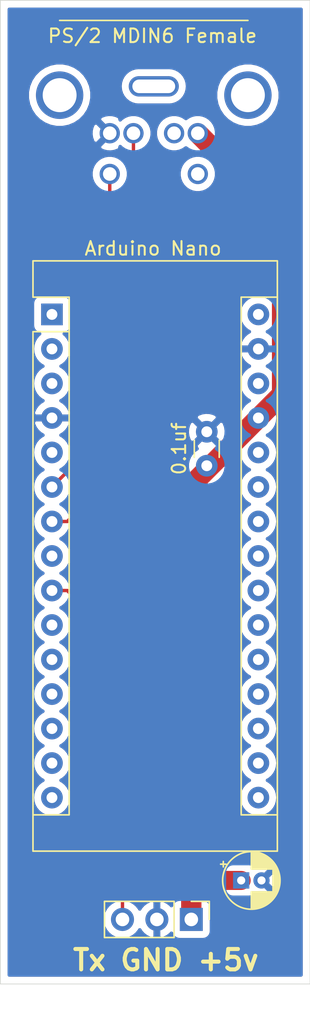
<source format=kicad_pcb>
(kicad_pcb (version 20171130) (host pcbnew "(5.1.4)-1")

  (general
    (thickness 1.6)
    (drawings 7)
    (tracks 18)
    (zones 0)
    (modules 5)
    (nets 32)
  )

  (page A4)
  (layers
    (0 F.Cu signal)
    (31 B.Cu signal)
    (32 B.Adhes user)
    (33 F.Adhes user)
    (34 B.Paste user)
    (35 F.Paste user)
    (36 B.SilkS user)
    (37 F.SilkS user)
    (38 B.Mask user)
    (39 F.Mask user)
    (40 Dwgs.User user)
    (41 Cmts.User user)
    (42 Eco1.User user)
    (43 Eco2.User user)
    (44 Edge.Cuts user)
    (45 Margin user)
    (46 B.CrtYd user)
    (47 F.CrtYd user)
    (48 B.Fab user)
    (49 F.Fab user)
  )

  (setup
    (last_trace_width 0.25)
    (user_trace_width 1.5)
    (trace_clearance 0.2)
    (zone_clearance 0.508)
    (zone_45_only yes)
    (trace_min 0.2)
    (via_size 0.8)
    (via_drill 0.4)
    (via_min_size 0.4)
    (via_min_drill 0.3)
    (uvia_size 0.3)
    (uvia_drill 0.1)
    (uvias_allowed no)
    (uvia_min_size 0.2)
    (uvia_min_drill 0.1)
    (edge_width 0.05)
    (segment_width 0.2)
    (pcb_text_width 0.3)
    (pcb_text_size 1.5 1.5)
    (mod_edge_width 0.12)
    (mod_text_size 1 1)
    (mod_text_width 0.15)
    (pad_size 1.524 1.524)
    (pad_drill 0.762)
    (pad_to_mask_clearance 0.051)
    (solder_mask_min_width 0.25)
    (aux_axis_origin 0 0)
    (visible_elements FFFFFF7F)
    (pcbplotparams
      (layerselection 0x010fc_ffffffff)
      (usegerberextensions false)
      (usegerberattributes false)
      (usegerberadvancedattributes false)
      (creategerberjobfile false)
      (excludeedgelayer true)
      (linewidth 0.100000)
      (plotframeref false)
      (viasonmask false)
      (mode 1)
      (useauxorigin false)
      (hpglpennumber 1)
      (hpglpenspeed 20)
      (hpglpendiameter 15.000000)
      (psnegative false)
      (psa4output false)
      (plotreference true)
      (plotvalue true)
      (plotinvisibletext false)
      (padsonsilk false)
      (subtractmaskfromsilk false)
      (outputformat 1)
      (mirror false)
      (drillshape 1)
      (scaleselection 1)
      (outputdirectory ""))
  )

  (net 0 "")
  (net 1 "Net-(A1-Pad16)")
  (net 2 "Net-(A1-Pad15)")
  (net 3 "Net-(A1-Pad30)")
  (net 4 "Net-(A1-Pad14)")
  (net 5 GND)
  (net 6 "Net-(A1-Pad13)")
  (net 7 "Net-(A1-Pad28)")
  (net 8 "Net-(A1-Pad12)")
  (net 9 +5V)
  (net 10 "Net-(A1-Pad11)")
  (net 11 "Net-(A1-Pad26)")
  (net 12 "Net-(A1-Pad10)")
  (net 13 "Net-(A1-Pad25)")
  (net 14 "Net-(A1-Pad9)")
  (net 15 "Net-(A1-Pad24)")
  (net 16 "Net-(A1-Pad8)")
  (net 17 "Net-(A1-Pad23)")
  (net 18 "Net-(A1-Pad7)")
  (net 19 "Net-(A1-Pad22)")
  (net 20 "Net-(A1-Pad6)")
  (net 21 "Net-(A1-Pad21)")
  (net 22 "Net-(A1-Pad5)")
  (net 23 "Net-(A1-Pad20)")
  (net 24 "Net-(A1-Pad19)")
  (net 25 "Net-(A1-Pad3)")
  (net 26 "Net-(A1-Pad18)")
  (net 27 "Net-(A1-Pad2)")
  (net 28 "Net-(A1-Pad17)")
  (net 29 "Net-(A1-Pad1)")
  (net 30 "Net-(J1-Pad6)")
  (net 31 "Net-(J1-Pad2)")

  (net_class Default 这是默认网络类。
    (clearance 0.2)
    (trace_width 0.25)
    (via_dia 0.8)
    (via_drill 0.4)
    (uvia_dia 0.3)
    (uvia_drill 0.1)
    (add_net +5V)
    (add_net GND)
    (add_net "Net-(A1-Pad1)")
    (add_net "Net-(A1-Pad10)")
    (add_net "Net-(A1-Pad11)")
    (add_net "Net-(A1-Pad12)")
    (add_net "Net-(A1-Pad13)")
    (add_net "Net-(A1-Pad14)")
    (add_net "Net-(A1-Pad15)")
    (add_net "Net-(A1-Pad16)")
    (add_net "Net-(A1-Pad17)")
    (add_net "Net-(A1-Pad18)")
    (add_net "Net-(A1-Pad19)")
    (add_net "Net-(A1-Pad2)")
    (add_net "Net-(A1-Pad20)")
    (add_net "Net-(A1-Pad21)")
    (add_net "Net-(A1-Pad22)")
    (add_net "Net-(A1-Pad23)")
    (add_net "Net-(A1-Pad24)")
    (add_net "Net-(A1-Pad25)")
    (add_net "Net-(A1-Pad26)")
    (add_net "Net-(A1-Pad28)")
    (add_net "Net-(A1-Pad3)")
    (add_net "Net-(A1-Pad30)")
    (add_net "Net-(A1-Pad5)")
    (add_net "Net-(A1-Pad6)")
    (add_net "Net-(A1-Pad7)")
    (add_net "Net-(A1-Pad8)")
    (add_net "Net-(A1-Pad9)")
    (add_net "Net-(J1-Pad2)")
    (add_net "Net-(J1-Pad6)")
  )

  (module Capacitor_THT:C_Disc_D3.0mm_W1.6mm_P2.50mm (layer F.Cu) (tedit 5AE50EF0) (tstamp 5E417412)
    (at 132.08 88.86 90)
    (descr "C, Disc series, Radial, pin pitch=2.50mm, , diameter*width=3.0*1.6mm^2, Capacitor, http://www.vishay.com/docs/45233/krseries.pdf")
    (tags "C Disc series Radial pin pitch 2.50mm  diameter 3.0mm width 1.6mm Capacitor")
    (path /5E442740)
    (fp_text reference 0.1uf (at 1.25 -2.05 90) (layer F.SilkS)
      (effects (font (size 1 1) (thickness 0.15)))
    )
    (fp_text value C (at 1.25 2.05 90) (layer F.Fab)
      (effects (font (size 1 1) (thickness 0.15)))
    )
    (fp_text user %R (at 1.25 0 90) (layer F.Fab)
      (effects (font (size 0.6 0.6) (thickness 0.09)))
    )
    (fp_line (start 3.55 -1.05) (end -1.05 -1.05) (layer F.CrtYd) (width 0.05))
    (fp_line (start 3.55 1.05) (end 3.55 -1.05) (layer F.CrtYd) (width 0.05))
    (fp_line (start -1.05 1.05) (end 3.55 1.05) (layer F.CrtYd) (width 0.05))
    (fp_line (start -1.05 -1.05) (end -1.05 1.05) (layer F.CrtYd) (width 0.05))
    (fp_line (start 0.621 0.92) (end 1.879 0.92) (layer F.SilkS) (width 0.12))
    (fp_line (start 0.621 -0.92) (end 1.879 -0.92) (layer F.SilkS) (width 0.12))
    (fp_line (start 2.75 -0.8) (end -0.25 -0.8) (layer F.Fab) (width 0.1))
    (fp_line (start 2.75 0.8) (end 2.75 -0.8) (layer F.Fab) (width 0.1))
    (fp_line (start -0.25 0.8) (end 2.75 0.8) (layer F.Fab) (width 0.1))
    (fp_line (start -0.25 -0.8) (end -0.25 0.8) (layer F.Fab) (width 0.1))
    (pad 2 thru_hole circle (at 2.5 0 90) (size 1.6 1.6) (drill 0.8) (layers *.Cu *.Mask)
      (net 5 GND))
    (pad 1 thru_hole circle (at 0 0 90) (size 1.6 1.6) (drill 0.8) (layers *.Cu *.Mask)
      (net 9 +5V))
    (model ${KISYS3DMOD}/Capacitor_THT.3dshapes/C_Disc_D3.0mm_W1.6mm_P2.50mm.wrl
      (at (xyz 0 0 0))
      (scale (xyz 1 1 1))
      (rotate (xyz 0 0 0))
    )
  )

  (module Capacitor_THT:CP_Radial_D4.0mm_P1.50mm (layer F.Cu) (tedit 5AE50EF0) (tstamp 5E417401)
    (at 134.62 119.38)
    (descr "CP, Radial series, Radial, pin pitch=1.50mm, , diameter=4mm, Electrolytic Capacitor")
    (tags "CP Radial series Radial pin pitch 1.50mm  diameter 4mm Electrolytic Capacitor")
    (path /5E441F62)
    (fp_text reference C1 (at 0.75 -3.25) (layer F.SilkS) hide
      (effects (font (size 1 1) (thickness 0.15)))
    )
    (fp_text value CP1 (at 0.75 3.25) (layer F.Fab)
      (effects (font (size 1 1) (thickness 0.15)))
    )
    (fp_text user %R (at 0.75 0) (layer F.Fab)
      (effects (font (size 0.8 0.8) (thickness 0.12)))
    )
    (fp_line (start -1.319801 -1.395) (end -1.319801 -0.995) (layer F.SilkS) (width 0.12))
    (fp_line (start -1.519801 -1.195) (end -1.119801 -1.195) (layer F.SilkS) (width 0.12))
    (fp_line (start 2.831 -0.37) (end 2.831 0.37) (layer F.SilkS) (width 0.12))
    (fp_line (start 2.791 -0.537) (end 2.791 0.537) (layer F.SilkS) (width 0.12))
    (fp_line (start 2.751 -0.664) (end 2.751 0.664) (layer F.SilkS) (width 0.12))
    (fp_line (start 2.711 -0.768) (end 2.711 0.768) (layer F.SilkS) (width 0.12))
    (fp_line (start 2.671 -0.859) (end 2.671 0.859) (layer F.SilkS) (width 0.12))
    (fp_line (start 2.631 -0.94) (end 2.631 0.94) (layer F.SilkS) (width 0.12))
    (fp_line (start 2.591 -1.013) (end 2.591 1.013) (layer F.SilkS) (width 0.12))
    (fp_line (start 2.551 -1.08) (end 2.551 1.08) (layer F.SilkS) (width 0.12))
    (fp_line (start 2.511 -1.142) (end 2.511 1.142) (layer F.SilkS) (width 0.12))
    (fp_line (start 2.471 -1.2) (end 2.471 1.2) (layer F.SilkS) (width 0.12))
    (fp_line (start 2.431 -1.254) (end 2.431 1.254) (layer F.SilkS) (width 0.12))
    (fp_line (start 2.391 -1.304) (end 2.391 1.304) (layer F.SilkS) (width 0.12))
    (fp_line (start 2.351 -1.351) (end 2.351 1.351) (layer F.SilkS) (width 0.12))
    (fp_line (start 2.311 0.84) (end 2.311 1.396) (layer F.SilkS) (width 0.12))
    (fp_line (start 2.311 -1.396) (end 2.311 -0.84) (layer F.SilkS) (width 0.12))
    (fp_line (start 2.271 0.84) (end 2.271 1.438) (layer F.SilkS) (width 0.12))
    (fp_line (start 2.271 -1.438) (end 2.271 -0.84) (layer F.SilkS) (width 0.12))
    (fp_line (start 2.231 0.84) (end 2.231 1.478) (layer F.SilkS) (width 0.12))
    (fp_line (start 2.231 -1.478) (end 2.231 -0.84) (layer F.SilkS) (width 0.12))
    (fp_line (start 2.191 0.84) (end 2.191 1.516) (layer F.SilkS) (width 0.12))
    (fp_line (start 2.191 -1.516) (end 2.191 -0.84) (layer F.SilkS) (width 0.12))
    (fp_line (start 2.151 0.84) (end 2.151 1.552) (layer F.SilkS) (width 0.12))
    (fp_line (start 2.151 -1.552) (end 2.151 -0.84) (layer F.SilkS) (width 0.12))
    (fp_line (start 2.111 0.84) (end 2.111 1.587) (layer F.SilkS) (width 0.12))
    (fp_line (start 2.111 -1.587) (end 2.111 -0.84) (layer F.SilkS) (width 0.12))
    (fp_line (start 2.071 0.84) (end 2.071 1.619) (layer F.SilkS) (width 0.12))
    (fp_line (start 2.071 -1.619) (end 2.071 -0.84) (layer F.SilkS) (width 0.12))
    (fp_line (start 2.031 0.84) (end 2.031 1.65) (layer F.SilkS) (width 0.12))
    (fp_line (start 2.031 -1.65) (end 2.031 -0.84) (layer F.SilkS) (width 0.12))
    (fp_line (start 1.991 0.84) (end 1.991 1.68) (layer F.SilkS) (width 0.12))
    (fp_line (start 1.991 -1.68) (end 1.991 -0.84) (layer F.SilkS) (width 0.12))
    (fp_line (start 1.951 0.84) (end 1.951 1.708) (layer F.SilkS) (width 0.12))
    (fp_line (start 1.951 -1.708) (end 1.951 -0.84) (layer F.SilkS) (width 0.12))
    (fp_line (start 1.911 0.84) (end 1.911 1.735) (layer F.SilkS) (width 0.12))
    (fp_line (start 1.911 -1.735) (end 1.911 -0.84) (layer F.SilkS) (width 0.12))
    (fp_line (start 1.871 0.84) (end 1.871 1.76) (layer F.SilkS) (width 0.12))
    (fp_line (start 1.871 -1.76) (end 1.871 -0.84) (layer F.SilkS) (width 0.12))
    (fp_line (start 1.831 0.84) (end 1.831 1.785) (layer F.SilkS) (width 0.12))
    (fp_line (start 1.831 -1.785) (end 1.831 -0.84) (layer F.SilkS) (width 0.12))
    (fp_line (start 1.791 0.84) (end 1.791 1.808) (layer F.SilkS) (width 0.12))
    (fp_line (start 1.791 -1.808) (end 1.791 -0.84) (layer F.SilkS) (width 0.12))
    (fp_line (start 1.751 0.84) (end 1.751 1.83) (layer F.SilkS) (width 0.12))
    (fp_line (start 1.751 -1.83) (end 1.751 -0.84) (layer F.SilkS) (width 0.12))
    (fp_line (start 1.711 0.84) (end 1.711 1.851) (layer F.SilkS) (width 0.12))
    (fp_line (start 1.711 -1.851) (end 1.711 -0.84) (layer F.SilkS) (width 0.12))
    (fp_line (start 1.671 0.84) (end 1.671 1.87) (layer F.SilkS) (width 0.12))
    (fp_line (start 1.671 -1.87) (end 1.671 -0.84) (layer F.SilkS) (width 0.12))
    (fp_line (start 1.631 0.84) (end 1.631 1.889) (layer F.SilkS) (width 0.12))
    (fp_line (start 1.631 -1.889) (end 1.631 -0.84) (layer F.SilkS) (width 0.12))
    (fp_line (start 1.591 0.84) (end 1.591 1.907) (layer F.SilkS) (width 0.12))
    (fp_line (start 1.591 -1.907) (end 1.591 -0.84) (layer F.SilkS) (width 0.12))
    (fp_line (start 1.551 0.84) (end 1.551 1.924) (layer F.SilkS) (width 0.12))
    (fp_line (start 1.551 -1.924) (end 1.551 -0.84) (layer F.SilkS) (width 0.12))
    (fp_line (start 1.511 0.84) (end 1.511 1.94) (layer F.SilkS) (width 0.12))
    (fp_line (start 1.511 -1.94) (end 1.511 -0.84) (layer F.SilkS) (width 0.12))
    (fp_line (start 1.471 0.84) (end 1.471 1.954) (layer F.SilkS) (width 0.12))
    (fp_line (start 1.471 -1.954) (end 1.471 -0.84) (layer F.SilkS) (width 0.12))
    (fp_line (start 1.43 0.84) (end 1.43 1.968) (layer F.SilkS) (width 0.12))
    (fp_line (start 1.43 -1.968) (end 1.43 -0.84) (layer F.SilkS) (width 0.12))
    (fp_line (start 1.39 0.84) (end 1.39 1.982) (layer F.SilkS) (width 0.12))
    (fp_line (start 1.39 -1.982) (end 1.39 -0.84) (layer F.SilkS) (width 0.12))
    (fp_line (start 1.35 0.84) (end 1.35 1.994) (layer F.SilkS) (width 0.12))
    (fp_line (start 1.35 -1.994) (end 1.35 -0.84) (layer F.SilkS) (width 0.12))
    (fp_line (start 1.31 0.84) (end 1.31 2.005) (layer F.SilkS) (width 0.12))
    (fp_line (start 1.31 -2.005) (end 1.31 -0.84) (layer F.SilkS) (width 0.12))
    (fp_line (start 1.27 0.84) (end 1.27 2.016) (layer F.SilkS) (width 0.12))
    (fp_line (start 1.27 -2.016) (end 1.27 -0.84) (layer F.SilkS) (width 0.12))
    (fp_line (start 1.23 0.84) (end 1.23 2.025) (layer F.SilkS) (width 0.12))
    (fp_line (start 1.23 -2.025) (end 1.23 -0.84) (layer F.SilkS) (width 0.12))
    (fp_line (start 1.19 0.84) (end 1.19 2.034) (layer F.SilkS) (width 0.12))
    (fp_line (start 1.19 -2.034) (end 1.19 -0.84) (layer F.SilkS) (width 0.12))
    (fp_line (start 1.15 0.84) (end 1.15 2.042) (layer F.SilkS) (width 0.12))
    (fp_line (start 1.15 -2.042) (end 1.15 -0.84) (layer F.SilkS) (width 0.12))
    (fp_line (start 1.11 0.84) (end 1.11 2.05) (layer F.SilkS) (width 0.12))
    (fp_line (start 1.11 -2.05) (end 1.11 -0.84) (layer F.SilkS) (width 0.12))
    (fp_line (start 1.07 0.84) (end 1.07 2.056) (layer F.SilkS) (width 0.12))
    (fp_line (start 1.07 -2.056) (end 1.07 -0.84) (layer F.SilkS) (width 0.12))
    (fp_line (start 1.03 0.84) (end 1.03 2.062) (layer F.SilkS) (width 0.12))
    (fp_line (start 1.03 -2.062) (end 1.03 -0.84) (layer F.SilkS) (width 0.12))
    (fp_line (start 0.99 0.84) (end 0.99 2.067) (layer F.SilkS) (width 0.12))
    (fp_line (start 0.99 -2.067) (end 0.99 -0.84) (layer F.SilkS) (width 0.12))
    (fp_line (start 0.95 0.84) (end 0.95 2.071) (layer F.SilkS) (width 0.12))
    (fp_line (start 0.95 -2.071) (end 0.95 -0.84) (layer F.SilkS) (width 0.12))
    (fp_line (start 0.91 0.84) (end 0.91 2.074) (layer F.SilkS) (width 0.12))
    (fp_line (start 0.91 -2.074) (end 0.91 -0.84) (layer F.SilkS) (width 0.12))
    (fp_line (start 0.87 0.84) (end 0.87 2.077) (layer F.SilkS) (width 0.12))
    (fp_line (start 0.87 -2.077) (end 0.87 -0.84) (layer F.SilkS) (width 0.12))
    (fp_line (start 0.83 -2.079) (end 0.83 -0.84) (layer F.SilkS) (width 0.12))
    (fp_line (start 0.83 0.84) (end 0.83 2.079) (layer F.SilkS) (width 0.12))
    (fp_line (start 0.79 -2.08) (end 0.79 -0.84) (layer F.SilkS) (width 0.12))
    (fp_line (start 0.79 0.84) (end 0.79 2.08) (layer F.SilkS) (width 0.12))
    (fp_line (start 0.75 -2.08) (end 0.75 -0.84) (layer F.SilkS) (width 0.12))
    (fp_line (start 0.75 0.84) (end 0.75 2.08) (layer F.SilkS) (width 0.12))
    (fp_line (start -0.752554 -1.0675) (end -0.752554 -0.6675) (layer F.Fab) (width 0.1))
    (fp_line (start -0.952554 -0.8675) (end -0.552554 -0.8675) (layer F.Fab) (width 0.1))
    (fp_circle (center 0.75 0) (end 3 0) (layer F.CrtYd) (width 0.05))
    (fp_circle (center 0.75 0) (end 2.87 0) (layer F.SilkS) (width 0.12))
    (fp_circle (center 0.75 0) (end 2.75 0) (layer F.Fab) (width 0.1))
    (pad 2 thru_hole circle (at 1.5 0) (size 1.2 1.2) (drill 0.6) (layers *.Cu *.Mask)
      (net 5 GND))
    (pad 1 thru_hole rect (at 0 0) (size 1.2 1.2) (drill 0.6) (layers *.Cu *.Mask)
      (net 9 +5V))
    (model ${KISYS3DMOD}/Capacitor_THT.3dshapes/CP_Radial_D4.0mm_P1.50mm.wrl
      (at (xyz 0 0 0))
      (scale (xyz 1 1 1))
      (rotate (xyz 0 0 0))
    )
  )

  (module Connector_PinHeader_2.54mm:PinHeader_1x03_P2.54mm_Vertical (layer F.Cu) (tedit 59FED5CC) (tstamp 5E41684D)
    (at 130.937 122.2502 270)
    (descr "Through hole straight pin header, 1x03, 2.54mm pitch, single row")
    (tags "Through hole pin header THT 1x03 2.54mm single row")
    (path /5E43883A)
    (fp_text reference J2 (at 0 -2.33 90) (layer F.SilkS) hide
      (effects (font (size 1 1) (thickness 0.15)))
    )
    (fp_text value Conn_01x03_Female (at 0 7.41 90) (layer F.Fab)
      (effects (font (size 1 1) (thickness 0.15)))
    )
    (fp_text user %R (at 0 2.54) (layer F.Fab)
      (effects (font (size 1 1) (thickness 0.15)))
    )
    (fp_line (start 1.8 -1.8) (end -1.8 -1.8) (layer F.CrtYd) (width 0.05))
    (fp_line (start 1.8 6.85) (end 1.8 -1.8) (layer F.CrtYd) (width 0.05))
    (fp_line (start -1.8 6.85) (end 1.8 6.85) (layer F.CrtYd) (width 0.05))
    (fp_line (start -1.8 -1.8) (end -1.8 6.85) (layer F.CrtYd) (width 0.05))
    (fp_line (start -1.33 -1.33) (end 0 -1.33) (layer F.SilkS) (width 0.12))
    (fp_line (start -1.33 0) (end -1.33 -1.33) (layer F.SilkS) (width 0.12))
    (fp_line (start -1.33 1.27) (end 1.33 1.27) (layer F.SilkS) (width 0.12))
    (fp_line (start 1.33 1.27) (end 1.33 6.41) (layer F.SilkS) (width 0.12))
    (fp_line (start -1.33 1.27) (end -1.33 6.41) (layer F.SilkS) (width 0.12))
    (fp_line (start -1.33 6.41) (end 1.33 6.41) (layer F.SilkS) (width 0.12))
    (fp_line (start -1.27 -0.635) (end -0.635 -1.27) (layer F.Fab) (width 0.1))
    (fp_line (start -1.27 6.35) (end -1.27 -0.635) (layer F.Fab) (width 0.1))
    (fp_line (start 1.27 6.35) (end -1.27 6.35) (layer F.Fab) (width 0.1))
    (fp_line (start 1.27 -1.27) (end 1.27 6.35) (layer F.Fab) (width 0.1))
    (fp_line (start -0.635 -1.27) (end 1.27 -1.27) (layer F.Fab) (width 0.1))
    (pad 3 thru_hole oval (at 0 5.08 270) (size 1.7 1.7) (drill 1) (layers *.Cu *.Mask)
      (net 14 "Net-(A1-Pad9)"))
    (pad 2 thru_hole oval (at 0 2.54 270) (size 1.7 1.7) (drill 1) (layers *.Cu *.Mask)
      (net 5 GND))
    (pad 1 thru_hole rect (at 0 0 270) (size 1.7 1.7) (drill 1) (layers *.Cu *.Mask)
      (net 9 +5V))
    (model ${KISYS3DMOD}/Connector_PinHeader_2.54mm.3dshapes/PinHeader_1x03_P2.54mm_Vertical.wrl
      (at (xyz 0 0 0))
      (scale (xyz 1 1 1))
      (rotate (xyz 0 0 0))
    )
  )

  (module Connector_DIN:mdin6 (layer F.Cu) (tedit 5DF217D0) (tstamp 5E416836)
    (at 128.167 56.089)
    (path /5E412EE1)
    (fp_text reference J1 (at 0 0.5) (layer F.SilkS) hide
      (effects (font (size 1 1) (thickness 0.15)))
    )
    (fp_text value Mini-DIN-6 (at 0 -0.5) (layer F.Fab)
      (effects (font (size 1 1) (thickness 0.15)))
    )
    (fp_line (start -6.95 0) (end 6.95 0) (layer F.SilkS) (width 0.12))
    (pad 5 thru_hole circle (at -3.25 11.3) (size 1.5 1.5) (drill 1) (layers *.Cu *.Mask)
      (net 20 "Net-(A1-Pad6)"))
    (pad 6 thru_hole circle (at 3.25 11.3) (size 1.5 1.5) (drill 1) (layers *.Cu *.Mask)
      (net 30 "Net-(J1-Pad6)"))
    (pad 3 thru_hole circle (at -3.25 8.3) (size 1.5 1.5) (drill 1) (layers *.Cu *.Mask)
      (net 5 GND))
    (pad 4 thru_hole circle (at 3.25 8.3) (size 1.5 1.5) (drill 1) (layers *.Cu *.Mask)
      (net 9 +5V))
    (pad 2 thru_hole circle (at 1.5 8.3) (size 1.5 1.5) (drill 1) (layers *.Cu *.Mask)
      (net 31 "Net-(J1-Pad2)"))
    (pad 1 thru_hole circle (at -1.5 8.3) (size 1.5 1.5) (drill 1) (layers *.Cu *.Mask)
      (net 18 "Net-(A1-Pad7)"))
    (pad GND thru_hole circle (at 6.95 5.5) (size 3.5 3.5) (drill 2.5) (layers *.Cu *.Mask))
    (pad GND thru_hole circle (at -6.95 5.5) (size 3.5 3.5) (drill 2.5) (layers *.Cu *.Mask))
    (pad GND thru_hole oval (at 0 4.85) (size 3.7 1.5) (drill oval 3.16 1) (layers *.Cu *.Mask))
  )

  (module Module:Arduino_Nano (layer F.Cu) (tedit 58ACAF70) (tstamp 5E416828)
    (at 120.65 77.724)
    (descr "Arduino Nano, http://www.mouser.com/pdfdocs/Gravitech_Arduino_Nano3_0.pdf")
    (tags "Arduino Nano")
    (path /5E4114F4)
    (fp_text reference A1 (at 7.62 -5.08) (layer F.SilkS) hide
      (effects (font (size 1 1) (thickness 0.15)))
    )
    (fp_text value Arduino_Nano_v3.x (at 8.89 19.05 90) (layer F.Fab)
      (effects (font (size 1 1) (thickness 0.15)))
    )
    (fp_line (start 16.75 42.16) (end -1.53 42.16) (layer F.CrtYd) (width 0.05))
    (fp_line (start 16.75 42.16) (end 16.75 -4.06) (layer F.CrtYd) (width 0.05))
    (fp_line (start -1.53 -4.06) (end -1.53 42.16) (layer F.CrtYd) (width 0.05))
    (fp_line (start -1.53 -4.06) (end 16.75 -4.06) (layer F.CrtYd) (width 0.05))
    (fp_line (start 16.51 -3.81) (end 16.51 39.37) (layer F.Fab) (width 0.1))
    (fp_line (start 0 -3.81) (end 16.51 -3.81) (layer F.Fab) (width 0.1))
    (fp_line (start -1.27 -2.54) (end 0 -3.81) (layer F.Fab) (width 0.1))
    (fp_line (start -1.27 39.37) (end -1.27 -2.54) (layer F.Fab) (width 0.1))
    (fp_line (start 16.51 39.37) (end -1.27 39.37) (layer F.Fab) (width 0.1))
    (fp_line (start 16.64 -3.94) (end -1.4 -3.94) (layer F.SilkS) (width 0.12))
    (fp_line (start 16.64 39.5) (end 16.64 -3.94) (layer F.SilkS) (width 0.12))
    (fp_line (start -1.4 39.5) (end 16.64 39.5) (layer F.SilkS) (width 0.12))
    (fp_line (start 3.81 41.91) (end 3.81 31.75) (layer F.Fab) (width 0.1))
    (fp_line (start 11.43 41.91) (end 3.81 41.91) (layer F.Fab) (width 0.1))
    (fp_line (start 11.43 31.75) (end 11.43 41.91) (layer F.Fab) (width 0.1))
    (fp_line (start 3.81 31.75) (end 11.43 31.75) (layer F.Fab) (width 0.1))
    (fp_line (start 1.27 36.83) (end -1.4 36.83) (layer F.SilkS) (width 0.12))
    (fp_line (start 1.27 1.27) (end 1.27 36.83) (layer F.SilkS) (width 0.12))
    (fp_line (start 1.27 1.27) (end -1.4 1.27) (layer F.SilkS) (width 0.12))
    (fp_line (start 13.97 36.83) (end 16.64 36.83) (layer F.SilkS) (width 0.12))
    (fp_line (start 13.97 -1.27) (end 13.97 36.83) (layer F.SilkS) (width 0.12))
    (fp_line (start 13.97 -1.27) (end 16.64 -1.27) (layer F.SilkS) (width 0.12))
    (fp_line (start -1.4 -3.94) (end -1.4 -1.27) (layer F.SilkS) (width 0.12))
    (fp_line (start -1.4 1.27) (end -1.4 39.5) (layer F.SilkS) (width 0.12))
    (fp_line (start 1.27 -1.27) (end -1.4 -1.27) (layer F.SilkS) (width 0.12))
    (fp_line (start 1.27 1.27) (end 1.27 -1.27) (layer F.SilkS) (width 0.12))
    (fp_text user %R (at 6.35 19.05 90) (layer F.Fab)
      (effects (font (size 1 1) (thickness 0.15)))
    )
    (pad 16 thru_hole oval (at 15.24 35.56) (size 1.6 1.6) (drill 0.8) (layers *.Cu *.Mask)
      (net 1 "Net-(A1-Pad16)"))
    (pad 15 thru_hole oval (at 0 35.56) (size 1.6 1.6) (drill 0.8) (layers *.Cu *.Mask)
      (net 2 "Net-(A1-Pad15)"))
    (pad 30 thru_hole oval (at 15.24 0) (size 1.6 1.6) (drill 0.8) (layers *.Cu *.Mask)
      (net 3 "Net-(A1-Pad30)"))
    (pad 14 thru_hole oval (at 0 33.02) (size 1.6 1.6) (drill 0.8) (layers *.Cu *.Mask)
      (net 4 "Net-(A1-Pad14)"))
    (pad 29 thru_hole oval (at 15.24 2.54) (size 1.6 1.6) (drill 0.8) (layers *.Cu *.Mask)
      (net 5 GND))
    (pad 13 thru_hole oval (at 0 30.48) (size 1.6 1.6) (drill 0.8) (layers *.Cu *.Mask)
      (net 6 "Net-(A1-Pad13)"))
    (pad 28 thru_hole oval (at 15.24 5.08) (size 1.6 1.6) (drill 0.8) (layers *.Cu *.Mask)
      (net 7 "Net-(A1-Pad28)"))
    (pad 12 thru_hole oval (at 0 27.94) (size 1.6 1.6) (drill 0.8) (layers *.Cu *.Mask)
      (net 8 "Net-(A1-Pad12)"))
    (pad 27 thru_hole oval (at 15.24 7.62) (size 1.6 1.6) (drill 0.8) (layers *.Cu *.Mask)
      (net 9 +5V))
    (pad 11 thru_hole oval (at 0 25.4) (size 1.6 1.6) (drill 0.8) (layers *.Cu *.Mask)
      (net 10 "Net-(A1-Pad11)"))
    (pad 26 thru_hole oval (at 15.24 10.16) (size 1.6 1.6) (drill 0.8) (layers *.Cu *.Mask)
      (net 11 "Net-(A1-Pad26)"))
    (pad 10 thru_hole oval (at 0 22.86) (size 1.6 1.6) (drill 0.8) (layers *.Cu *.Mask)
      (net 12 "Net-(A1-Pad10)"))
    (pad 25 thru_hole oval (at 15.24 12.7) (size 1.6 1.6) (drill 0.8) (layers *.Cu *.Mask)
      (net 13 "Net-(A1-Pad25)"))
    (pad 9 thru_hole oval (at 0 20.32) (size 1.6 1.6) (drill 0.8) (layers *.Cu *.Mask)
      (net 14 "Net-(A1-Pad9)"))
    (pad 24 thru_hole oval (at 15.24 15.24) (size 1.6 1.6) (drill 0.8) (layers *.Cu *.Mask)
      (net 15 "Net-(A1-Pad24)"))
    (pad 8 thru_hole oval (at 0 17.78) (size 1.6 1.6) (drill 0.8) (layers *.Cu *.Mask)
      (net 16 "Net-(A1-Pad8)"))
    (pad 23 thru_hole oval (at 15.24 17.78) (size 1.6 1.6) (drill 0.8) (layers *.Cu *.Mask)
      (net 17 "Net-(A1-Pad23)"))
    (pad 7 thru_hole oval (at 0 15.24) (size 1.6 1.6) (drill 0.8) (layers *.Cu *.Mask)
      (net 18 "Net-(A1-Pad7)"))
    (pad 22 thru_hole oval (at 15.24 20.32) (size 1.6 1.6) (drill 0.8) (layers *.Cu *.Mask)
      (net 19 "Net-(A1-Pad22)"))
    (pad 6 thru_hole oval (at 0 12.7) (size 1.6 1.6) (drill 0.8) (layers *.Cu *.Mask)
      (net 20 "Net-(A1-Pad6)"))
    (pad 21 thru_hole oval (at 15.24 22.86) (size 1.6 1.6) (drill 0.8) (layers *.Cu *.Mask)
      (net 21 "Net-(A1-Pad21)"))
    (pad 5 thru_hole oval (at 0 10.16) (size 1.6 1.6) (drill 0.8) (layers *.Cu *.Mask)
      (net 22 "Net-(A1-Pad5)"))
    (pad 20 thru_hole oval (at 15.24 25.4) (size 1.6 1.6) (drill 0.8) (layers *.Cu *.Mask)
      (net 23 "Net-(A1-Pad20)"))
    (pad 4 thru_hole oval (at 0 7.62) (size 1.6 1.6) (drill 0.8) (layers *.Cu *.Mask)
      (net 5 GND))
    (pad 19 thru_hole oval (at 15.24 27.94) (size 1.6 1.6) (drill 0.8) (layers *.Cu *.Mask)
      (net 24 "Net-(A1-Pad19)"))
    (pad 3 thru_hole oval (at 0 5.08) (size 1.6 1.6) (drill 0.8) (layers *.Cu *.Mask)
      (net 25 "Net-(A1-Pad3)"))
    (pad 18 thru_hole oval (at 15.24 30.48) (size 1.6 1.6) (drill 0.8) (layers *.Cu *.Mask)
      (net 26 "Net-(A1-Pad18)"))
    (pad 2 thru_hole oval (at 0 2.54) (size 1.6 1.6) (drill 0.8) (layers *.Cu *.Mask)
      (net 27 "Net-(A1-Pad2)"))
    (pad 17 thru_hole oval (at 15.24 33.02) (size 1.6 1.6) (drill 0.8) (layers *.Cu *.Mask)
      (net 28 "Net-(A1-Pad17)"))
    (pad 1 thru_hole rect (at 0 0) (size 1.6 1.6) (drill 0.8) (layers *.Cu *.Mask)
      (net 29 "Net-(A1-Pad1)"))
    (model ${KISYS3DMOD}/Module.3dshapes/Arduino_Nano_WithMountingHoles.wrl
      (at (xyz 0 0 0))
      (scale (xyz 1 1 1))
      (rotate (xyz 0 0 0))
    )
  )

  (gr_text "PS/2 MDIN6 Female" (at 128.0668 57.2262) (layer F.SilkS)
    (effects (font (size 1 1) (thickness 0.15)))
  )
  (gr_text "Arduino Nano" (at 128.1176 72.8726) (layer F.SilkS)
    (effects (font (size 1 1) (thickness 0.15)))
  )
  (gr_text "Tx GND +5v" (at 129.0574 125.2474) (layer F.SilkS)
    (effects (font (size 1.5 1.5) (thickness 0.3)))
  )
  (gr_line (start 116.84 127) (end 116.84 54.61) (layer Edge.Cuts) (width 0.05) (tstamp 5E416946))
  (gr_line (start 139.7 127) (end 116.84 127) (layer Edge.Cuts) (width 0.05))
  (gr_line (start 139.7 54.61) (end 139.7 127) (layer Edge.Cuts) (width 0.05))
  (gr_line (start 116.84 54.61) (end 139.7 54.61) (layer Edge.Cuts) (width 0.05))

  (segment (start 130.937 90.297) (end 135.89 85.344) (width 1.5) (layer F.Cu) (net 9))
  (segment (start 132.166999 65.138999) (end 131.417 64.389) (width 1.5) (layer F.Cu) (net 9))
  (segment (start 137.640001 70.612001) (end 132.166999 65.138999) (width 1.5) (layer F.Cu) (net 9))
  (segment (start 135.89 85.344) (end 137.640001 83.593999) (width 1.5) (layer F.Cu) (net 9))
  (segment (start 137.640001 83.593999) (end 137.640001 70.612001) (width 1.5) (layer F.Cu) (net 9))
  (segment (start 132.62 119.38) (end 130.937 119.38) (width 1.4) (layer F.Cu) (net 9))
  (segment (start 134.62 119.38) (end 132.62 119.38) (width 1.4) (layer F.Cu) (net 9))
  (segment (start 130.937 119.38) (end 130.937 90.297) (width 1.5) (layer F.Cu) (net 9))
  (segment (start 130.937 119.38) (end 130.937 122.2502) (width 1.5) (layer F.Cu) (net 9))
  (segment (start 121.78137 98.044) (end 120.65 98.044) (width 0.25) (layer F.Cu) (net 14))
  (segment (start 125.857 122.2502) (end 125.857 102.11963) (width 0.25) (layer F.Cu) (net 14))
  (segment (start 125.857 102.11963) (end 121.78137 98.044) (width 0.25) (layer F.Cu) (net 14))
  (segment (start 126.667 65.44966) (end 126.667 64.389) (width 0.25) (layer F.Cu) (net 18))
  (segment (start 126.667 88.07837) (end 126.667 65.44966) (width 0.25) (layer F.Cu) (net 18))
  (segment (start 120.65 92.964) (end 121.78137 92.964) (width 0.25) (layer F.Cu) (net 18))
  (segment (start 121.78137 92.964) (end 126.667 88.07837) (width 0.25) (layer F.Cu) (net 18))
  (segment (start 124.917 86.157) (end 124.917 67.389) (width 0.25) (layer F.Cu) (net 20))
  (segment (start 120.65 90.424) (end 124.917 86.157) (width 0.25) (layer F.Cu) (net 20))

  (zone (net 5) (net_name GND) (layer F.Cu) (tstamp 0) (hatch edge 0.508)
    (connect_pads (clearance 0.508))
    (min_thickness 0.254)
    (fill yes (arc_segments 32) (thermal_gap 0.508) (thermal_bridge_width 0.508))
    (polygon
      (pts
        (xy 139.7 127) (xy 116.84 127) (xy 116.84 54.61) (xy 139.7 54.61)
      )
    )
    (filled_polygon
      (pts
        (xy 139.040001 126.34) (xy 117.5 126.34) (xy 117.5 87.884) (xy 119.208057 87.884) (xy 119.235764 88.165309)
        (xy 119.317818 88.435808) (xy 119.451068 88.685101) (xy 119.630392 88.903608) (xy 119.848899 89.082932) (xy 119.981858 89.154)
        (xy 119.848899 89.225068) (xy 119.630392 89.404392) (xy 119.451068 89.622899) (xy 119.317818 89.872192) (xy 119.235764 90.142691)
        (xy 119.208057 90.424) (xy 119.235764 90.705309) (xy 119.317818 90.975808) (xy 119.451068 91.225101) (xy 119.630392 91.443608)
        (xy 119.848899 91.622932) (xy 119.981858 91.694) (xy 119.848899 91.765068) (xy 119.630392 91.944392) (xy 119.451068 92.162899)
        (xy 119.317818 92.412192) (xy 119.235764 92.682691) (xy 119.208057 92.964) (xy 119.235764 93.245309) (xy 119.317818 93.515808)
        (xy 119.451068 93.765101) (xy 119.630392 93.983608) (xy 119.848899 94.162932) (xy 119.981858 94.234) (xy 119.848899 94.305068)
        (xy 119.630392 94.484392) (xy 119.451068 94.702899) (xy 119.317818 94.952192) (xy 119.235764 95.222691) (xy 119.208057 95.504)
        (xy 119.235764 95.785309) (xy 119.317818 96.055808) (xy 119.451068 96.305101) (xy 119.630392 96.523608) (xy 119.848899 96.702932)
        (xy 119.981858 96.774) (xy 119.848899 96.845068) (xy 119.630392 97.024392) (xy 119.451068 97.242899) (xy 119.317818 97.492192)
        (xy 119.235764 97.762691) (xy 119.208057 98.044) (xy 119.235764 98.325309) (xy 119.317818 98.595808) (xy 119.451068 98.845101)
        (xy 119.630392 99.063608) (xy 119.848899 99.242932) (xy 119.981858 99.314) (xy 119.848899 99.385068) (xy 119.630392 99.564392)
        (xy 119.451068 99.782899) (xy 119.317818 100.032192) (xy 119.235764 100.302691) (xy 119.208057 100.584) (xy 119.235764 100.865309)
        (xy 119.317818 101.135808) (xy 119.451068 101.385101) (xy 119.630392 101.603608) (xy 119.848899 101.782932) (xy 119.981858 101.854)
        (xy 119.848899 101.925068) (xy 119.630392 102.104392) (xy 119.451068 102.322899) (xy 119.317818 102.572192) (xy 119.235764 102.842691)
        (xy 119.208057 103.124) (xy 119.235764 103.405309) (xy 119.317818 103.675808) (xy 119.451068 103.925101) (xy 119.630392 104.143608)
        (xy 119.848899 104.322932) (xy 119.981858 104.394) (xy 119.848899 104.465068) (xy 119.630392 104.644392) (xy 119.451068 104.862899)
        (xy 119.317818 105.112192) (xy 119.235764 105.382691) (xy 119.208057 105.664) (xy 119.235764 105.945309) (xy 119.317818 106.215808)
        (xy 119.451068 106.465101) (xy 119.630392 106.683608) (xy 119.848899 106.862932) (xy 119.981858 106.934) (xy 119.848899 107.005068)
        (xy 119.630392 107.184392) (xy 119.451068 107.402899) (xy 119.317818 107.652192) (xy 119.235764 107.922691) (xy 119.208057 108.204)
        (xy 119.235764 108.485309) (xy 119.317818 108.755808) (xy 119.451068 109.005101) (xy 119.630392 109.223608) (xy 119.848899 109.402932)
        (xy 119.981858 109.474) (xy 119.848899 109.545068) (xy 119.630392 109.724392) (xy 119.451068 109.942899) (xy 119.317818 110.192192)
        (xy 119.235764 110.462691) (xy 119.208057 110.744) (xy 119.235764 111.025309) (xy 119.317818 111.295808) (xy 119.451068 111.545101)
        (xy 119.630392 111.763608) (xy 119.848899 111.942932) (xy 119.981858 112.014) (xy 119.848899 112.085068) (xy 119.630392 112.264392)
        (xy 119.451068 112.482899) (xy 119.317818 112.732192) (xy 119.235764 113.002691) (xy 119.208057 113.284) (xy 119.235764 113.565309)
        (xy 119.317818 113.835808) (xy 119.451068 114.085101) (xy 119.630392 114.303608) (xy 119.848899 114.482932) (xy 120.098192 114.616182)
        (xy 120.368691 114.698236) (xy 120.579508 114.719) (xy 120.720492 114.719) (xy 120.931309 114.698236) (xy 121.201808 114.616182)
        (xy 121.451101 114.482932) (xy 121.669608 114.303608) (xy 121.848932 114.085101) (xy 121.982182 113.835808) (xy 122.064236 113.565309)
        (xy 122.091943 113.284) (xy 122.064236 113.002691) (xy 121.982182 112.732192) (xy 121.848932 112.482899) (xy 121.669608 112.264392)
        (xy 121.451101 112.085068) (xy 121.318142 112.014) (xy 121.451101 111.942932) (xy 121.669608 111.763608) (xy 121.848932 111.545101)
        (xy 121.982182 111.295808) (xy 122.064236 111.025309) (xy 122.091943 110.744) (xy 122.064236 110.462691) (xy 121.982182 110.192192)
        (xy 121.848932 109.942899) (xy 121.669608 109.724392) (xy 121.451101 109.545068) (xy 121.318142 109.474) (xy 121.451101 109.402932)
        (xy 121.669608 109.223608) (xy 121.848932 109.005101) (xy 121.982182 108.755808) (xy 122.064236 108.485309) (xy 122.091943 108.204)
        (xy 122.064236 107.922691) (xy 121.982182 107.652192) (xy 121.848932 107.402899) (xy 121.669608 107.184392) (xy 121.451101 107.005068)
        (xy 121.318142 106.934) (xy 121.451101 106.862932) (xy 121.669608 106.683608) (xy 121.848932 106.465101) (xy 121.982182 106.215808)
        (xy 122.064236 105.945309) (xy 122.091943 105.664) (xy 122.064236 105.382691) (xy 121.982182 105.112192) (xy 121.848932 104.862899)
        (xy 121.669608 104.644392) (xy 121.451101 104.465068) (xy 121.318142 104.394) (xy 121.451101 104.322932) (xy 121.669608 104.143608)
        (xy 121.848932 103.925101) (xy 121.982182 103.675808) (xy 122.064236 103.405309) (xy 122.091943 103.124) (xy 122.064236 102.842691)
        (xy 121.982182 102.572192) (xy 121.848932 102.322899) (xy 121.669608 102.104392) (xy 121.451101 101.925068) (xy 121.318142 101.854)
        (xy 121.451101 101.782932) (xy 121.669608 101.603608) (xy 121.848932 101.385101) (xy 121.982182 101.135808) (xy 122.064236 100.865309)
        (xy 122.091943 100.584) (xy 122.064236 100.302691) (xy 121.982182 100.032192) (xy 121.848932 99.782899) (xy 121.669608 99.564392)
        (xy 121.451101 99.385068) (xy 121.318142 99.314) (xy 121.451101 99.242932) (xy 121.669608 99.063608) (xy 121.695107 99.032538)
        (xy 125.097001 102.434433) (xy 125.097 120.972605) (xy 125.027986 121.009494) (xy 124.801866 121.195066) (xy 124.616294 121.421186)
        (xy 124.478401 121.679166) (xy 124.393487 121.959089) (xy 124.364815 122.2502) (xy 124.393487 122.541311) (xy 124.478401 122.821234)
        (xy 124.616294 123.079214) (xy 124.801866 123.305334) (xy 125.027986 123.490906) (xy 125.285966 123.628799) (xy 125.565889 123.713713)
        (xy 125.78405 123.7352) (xy 125.92995 123.7352) (xy 126.148111 123.713713) (xy 126.428034 123.628799) (xy 126.686014 123.490906)
        (xy 126.912134 123.305334) (xy 127.097706 123.079214) (xy 127.132201 123.014677) (xy 127.201822 123.131555) (xy 127.396731 123.347788)
        (xy 127.63008 123.521841) (xy 127.892901 123.647025) (xy 128.04011 123.691676) (xy 128.27 123.570355) (xy 128.27 122.3772)
        (xy 128.25 122.3772) (xy 128.25 122.1232) (xy 128.27 122.1232) (xy 128.27 120.930045) (xy 128.04011 120.808724)
        (xy 127.892901 120.853375) (xy 127.63008 120.978559) (xy 127.396731 121.152612) (xy 127.201822 121.368845) (xy 127.132201 121.485723)
        (xy 127.097706 121.421186) (xy 126.912134 121.195066) (xy 126.686014 121.009494) (xy 126.617 120.972605) (xy 126.617 102.156952)
        (xy 126.620676 102.119629) (xy 126.617 102.082306) (xy 126.617 102.082297) (xy 126.606003 101.970644) (xy 126.562546 101.827383)
        (xy 126.491974 101.695354) (xy 126.397001 101.579629) (xy 126.368003 101.555831) (xy 122.345174 97.533003) (xy 122.321371 97.503999)
        (xy 122.205646 97.409026) (xy 122.073617 97.338454) (xy 121.930356 97.294997) (xy 121.873802 97.289427) (xy 121.848932 97.242899)
        (xy 121.669608 97.024392) (xy 121.451101 96.845068) (xy 121.318142 96.774) (xy 121.451101 96.702932) (xy 121.669608 96.523608)
        (xy 121.848932 96.305101) (xy 121.982182 96.055808) (xy 122.064236 95.785309) (xy 122.091943 95.504) (xy 122.064236 95.222691)
        (xy 121.982182 94.952192) (xy 121.848932 94.702899) (xy 121.669608 94.484392) (xy 121.451101 94.305068) (xy 121.318142 94.234)
        (xy 121.451101 94.162932) (xy 121.669608 93.983608) (xy 121.848932 93.765101) (xy 121.873802 93.718573) (xy 121.930356 93.713003)
        (xy 122.073617 93.669546) (xy 122.205646 93.598974) (xy 122.321371 93.504001) (xy 122.345174 93.474997) (xy 127.178004 88.642168)
        (xy 127.207001 88.618371) (xy 127.301974 88.502646) (xy 127.372546 88.370617) (xy 127.416003 88.227356) (xy 127.427 88.115703)
        (xy 127.427 88.115694) (xy 127.430676 88.078371) (xy 127.427 88.041048) (xy 127.427 86.430512) (xy 130.639783 86.430512)
        (xy 130.681213 86.71013) (xy 130.776397 86.976292) (xy 130.843329 87.101514) (xy 131.087298 87.173097) (xy 131.900395 86.36)
        (xy 131.087298 85.546903) (xy 130.843329 85.618486) (xy 130.722429 85.873996) (xy 130.6537 86.148184) (xy 130.639783 86.430512)
        (xy 127.427 86.430512) (xy 127.427 85.367298) (xy 131.266903 85.367298) (xy 132.08 86.180395) (xy 132.893097 85.367298)
        (xy 132.821514 85.123329) (xy 132.566004 85.002429) (xy 132.291816 84.9337) (xy 132.009488 84.919783) (xy 131.72987 84.961213)
        (xy 131.463708 85.056397) (xy 131.338486 85.123329) (xy 131.266903 85.367298) (xy 127.427 85.367298) (xy 127.427 65.546909)
        (xy 127.549886 65.464799) (xy 127.742799 65.271886) (xy 127.894371 65.045043) (xy 127.998775 64.792989) (xy 128.052 64.525411)
        (xy 128.052 64.252589) (xy 128.282 64.252589) (xy 128.282 64.525411) (xy 128.335225 64.792989) (xy 128.439629 65.045043)
        (xy 128.591201 65.271886) (xy 128.784114 65.464799) (xy 129.010957 65.616371) (xy 129.263011 65.720775) (xy 129.530589 65.774)
        (xy 129.803411 65.774) (xy 130.070989 65.720775) (xy 130.323043 65.616371) (xy 130.540431 65.471116) (xy 131.107704 66.038389)
        (xy 131.013011 66.057225) (xy 130.760957 66.161629) (xy 130.534114 66.313201) (xy 130.341201 66.506114) (xy 130.189629 66.732957)
        (xy 130.085225 66.985011) (xy 130.032 67.252589) (xy 130.032 67.525411) (xy 130.085225 67.792989) (xy 130.189629 68.045043)
        (xy 130.341201 68.271886) (xy 130.534114 68.464799) (xy 130.760957 68.616371) (xy 131.013011 68.720775) (xy 131.280589 68.774)
        (xy 131.553411 68.774) (xy 131.820989 68.720775) (xy 132.073043 68.616371) (xy 132.299886 68.464799) (xy 132.492799 68.271886)
        (xy 132.644371 68.045043) (xy 132.748775 67.792989) (xy 132.767611 67.698296) (xy 136.255002 71.185688) (xy 136.255002 76.335152)
        (xy 136.171309 76.309764) (xy 135.960492 76.289) (xy 135.819508 76.289) (xy 135.608691 76.309764) (xy 135.338192 76.391818)
        (xy 135.088899 76.525068) (xy 134.870392 76.704392) (xy 134.691068 76.922899) (xy 134.557818 77.172192) (xy 134.475764 77.442691)
        (xy 134.448057 77.724) (xy 134.475764 78.005309) (xy 134.557818 78.275808) (xy 134.691068 78.525101) (xy 134.870392 78.743608)
        (xy 135.088899 78.922932) (xy 135.226682 78.996579) (xy 135.034869 79.111615) (xy 134.826481 79.300586) (xy 134.658963 79.52658)
        (xy 134.538754 79.780913) (xy 134.498096 79.914961) (xy 134.620085 80.137) (xy 135.763 80.137) (xy 135.763 80.117)
        (xy 136.017 80.117) (xy 136.017 80.137) (xy 136.037 80.137) (xy 136.037 80.391) (xy 136.017 80.391)
        (xy 136.017 80.411) (xy 135.763 80.411) (xy 135.763 80.391) (xy 134.620085 80.391) (xy 134.498096 80.613039)
        (xy 134.538754 80.747087) (xy 134.658963 81.00142) (xy 134.826481 81.227414) (xy 135.034869 81.416385) (xy 135.226682 81.531421)
        (xy 135.088899 81.605068) (xy 134.870392 81.784392) (xy 134.691068 82.002899) (xy 134.557818 82.252192) (xy 134.475764 82.522691)
        (xy 134.448057 82.804) (xy 134.475764 83.085309) (xy 134.557818 83.355808) (xy 134.691068 83.605101) (xy 134.870392 83.823608)
        (xy 135.088899 84.002932) (xy 135.20847 84.066844) (xy 135.177726 84.097589) (xy 135.088899 84.145068) (xy 134.870392 84.324392)
        (xy 134.691068 84.542899) (xy 134.64359 84.631724) (xy 133.422589 85.852725) (xy 133.383603 85.743708) (xy 133.316671 85.618486)
        (xy 133.072702 85.546903) (xy 132.259605 86.36) (xy 132.273748 86.374143) (xy 132.094143 86.553748) (xy 132.08 86.539605)
        (xy 131.266903 87.352702) (xy 131.338486 87.596671) (xy 131.367341 87.610324) (xy 131.165241 87.745363) (xy 130.965363 87.945241)
        (xy 130.80832 88.180273) (xy 130.700147 88.441426) (xy 130.666938 88.608377) (xy 130.005764 89.269551) (xy 129.95292 89.312919)
        (xy 129.909551 89.365764) (xy 129.909548 89.365767) (xy 129.779844 89.523812) (xy 129.651236 89.76442) (xy 129.57204 90.025493)
        (xy 129.5453 90.297) (xy 129.552001 90.365039) (xy 129.552 119.311963) (xy 129.552 119.311964) (xy 129.552001 121.054054)
        (xy 129.497498 121.15602) (xy 129.473034 121.236666) (xy 129.397269 121.152612) (xy 129.16392 120.978559) (xy 128.901099 120.853375)
        (xy 128.75389 120.808724) (xy 128.524 120.930045) (xy 128.524 122.1232) (xy 128.544 122.1232) (xy 128.544 122.3772)
        (xy 128.524 122.3772) (xy 128.524 123.570355) (xy 128.75389 123.691676) (xy 128.901099 123.647025) (xy 129.16392 123.521841)
        (xy 129.397269 123.347788) (xy 129.473034 123.263734) (xy 129.497498 123.34438) (xy 129.556463 123.454694) (xy 129.635815 123.551385)
        (xy 129.732506 123.630737) (xy 129.84282 123.689702) (xy 129.962518 123.726012) (xy 130.087 123.738272) (xy 131.787 123.738272)
        (xy 131.911482 123.726012) (xy 132.03118 123.689702) (xy 132.141494 123.630737) (xy 132.238185 123.551385) (xy 132.317537 123.454694)
        (xy 132.376502 123.34438) (xy 132.412812 123.224682) (xy 132.425072 123.1002) (xy 132.425072 121.4002) (xy 132.412812 121.275718)
        (xy 132.376502 121.15602) (xy 132.322 121.054056) (xy 132.322 120.715) (xy 134.685579 120.715) (xy 134.881706 120.695683)
        (xy 135.133354 120.619347) (xy 135.135739 120.618072) (xy 135.22 120.618072) (xy 135.344482 120.605812) (xy 135.46418 120.569502)
        (xy 135.574494 120.510537) (xy 135.591681 120.496432) (xy 135.718516 120.554237) (xy 135.955313 120.61) (xy 136.198438 120.618495)
        (xy 136.438549 120.579395) (xy 136.666418 120.494202) (xy 136.742852 120.453348) (xy 136.790159 120.229764) (xy 136.12 119.559605)
        (xy 136.105858 119.573748) (xy 135.957034 119.424924) (xy 135.961459 119.38) (xy 136.299605 119.38) (xy 136.969764 120.050159)
        (xy 137.193348 120.002852) (xy 137.294237 119.781484) (xy 137.35 119.544687) (xy 137.358495 119.301562) (xy 137.319395 119.061451)
        (xy 137.234202 118.833582) (xy 137.193348 118.757148) (xy 136.969764 118.709841) (xy 136.299605 119.38) (xy 135.961459 119.38)
        (xy 135.957034 119.335076) (xy 136.105858 119.186253) (xy 136.12 119.200395) (xy 136.790159 118.530236) (xy 136.742852 118.306652)
        (xy 136.521484 118.205763) (xy 136.284687 118.15) (xy 136.041562 118.141505) (xy 135.801451 118.180605) (xy 135.587883 118.260451)
        (xy 135.574494 118.249463) (xy 135.46418 118.190498) (xy 135.344482 118.154188) (xy 135.22 118.141928) (xy 135.135739 118.141928)
        (xy 135.133354 118.140653) (xy 134.881706 118.064317) (xy 134.685579 118.045) (xy 132.322 118.045) (xy 132.322 90.870685)
        (xy 134.627156 88.56553) (xy 134.691068 88.685101) (xy 134.870392 88.903608) (xy 135.088899 89.082932) (xy 135.221858 89.154)
        (xy 135.088899 89.225068) (xy 134.870392 89.404392) (xy 134.691068 89.622899) (xy 134.557818 89.872192) (xy 134.475764 90.142691)
        (xy 134.448057 90.424) (xy 134.475764 90.705309) (xy 134.557818 90.975808) (xy 134.691068 91.225101) (xy 134.870392 91.443608)
        (xy 135.088899 91.622932) (xy 135.221858 91.694) (xy 135.088899 91.765068) (xy 134.870392 91.944392) (xy 134.691068 92.162899)
        (xy 134.557818 92.412192) (xy 134.475764 92.682691) (xy 134.448057 92.964) (xy 134.475764 93.245309) (xy 134.557818 93.515808)
        (xy 134.691068 93.765101) (xy 134.870392 93.983608) (xy 135.088899 94.162932) (xy 135.221858 94.234) (xy 135.088899 94.305068)
        (xy 134.870392 94.484392) (xy 134.691068 94.702899) (xy 134.557818 94.952192) (xy 134.475764 95.222691) (xy 134.448057 95.504)
        (xy 134.475764 95.785309) (xy 134.557818 96.055808) (xy 134.691068 96.305101) (xy 134.870392 96.523608) (xy 135.088899 96.702932)
        (xy 135.221858 96.774) (xy 135.088899 96.845068) (xy 134.870392 97.024392) (xy 134.691068 97.242899) (xy 134.557818 97.492192)
        (xy 134.475764 97.762691) (xy 134.448057 98.044) (xy 134.475764 98.325309) (xy 134.557818 98.595808) (xy 134.691068 98.845101)
        (xy 134.870392 99.063608) (xy 135.088899 99.242932) (xy 135.221858 99.314) (xy 135.088899 99.385068) (xy 134.870392 99.564392)
        (xy 134.691068 99.782899) (xy 134.557818 100.032192) (xy 134.475764 100.302691) (xy 134.448057 100.584) (xy 134.475764 100.865309)
        (xy 134.557818 101.135808) (xy 134.691068 101.385101) (xy 134.870392 101.603608) (xy 135.088899 101.782932) (xy 135.221858 101.854)
        (xy 135.088899 101.925068) (xy 134.870392 102.104392) (xy 134.691068 102.322899) (xy 134.557818 102.572192) (xy 134.475764 102.842691)
        (xy 134.448057 103.124) (xy 134.475764 103.405309) (xy 134.557818 103.675808) (xy 134.691068 103.925101) (xy 134.870392 104.143608)
        (xy 135.088899 104.322932) (xy 135.221858 104.394) (xy 135.088899 104.465068) (xy 134.870392 104.644392) (xy 134.691068 104.862899)
        (xy 134.557818 105.112192) (xy 134.475764 105.382691) (xy 134.448057 105.664) (xy 134.475764 105.945309) (xy 134.557818 106.215808)
        (xy 134.691068 106.465101) (xy 134.870392 106.683608) (xy 135.088899 106.862932) (xy 135.221858 106.934) (xy 135.088899 107.005068)
        (xy 134.870392 107.184392) (xy 134.691068 107.402899) (xy 134.557818 107.652192) (xy 134.475764 107.922691) (xy 134.448057 108.204)
        (xy 134.475764 108.485309) (xy 134.557818 108.755808) (xy 134.691068 109.005101) (xy 134.870392 109.223608) (xy 135.088899 109.402932)
        (xy 135.221858 109.474) (xy 135.088899 109.545068) (xy 134.870392 109.724392) (xy 134.691068 109.942899) (xy 134.557818 110.192192)
        (xy 134.475764 110.462691) (xy 134.448057 110.744) (xy 134.475764 111.025309) (xy 134.557818 111.295808) (xy 134.691068 111.545101)
        (xy 134.870392 111.763608) (xy 135.088899 111.942932) (xy 135.221858 112.014) (xy 135.088899 112.085068) (xy 134.870392 112.264392)
        (xy 134.691068 112.482899) (xy 134.557818 112.732192) (xy 134.475764 113.002691) (xy 134.448057 113.284) (xy 134.475764 113.565309)
        (xy 134.557818 113.835808) (xy 134.691068 114.085101) (xy 134.870392 114.303608) (xy 135.088899 114.482932) (xy 135.338192 114.616182)
        (xy 135.608691 114.698236) (xy 135.819508 114.719) (xy 135.960492 114.719) (xy 136.171309 114.698236) (xy 136.441808 114.616182)
        (xy 136.691101 114.482932) (xy 136.909608 114.303608) (xy 137.088932 114.085101) (xy 137.222182 113.835808) (xy 137.304236 113.565309)
        (xy 137.331943 113.284) (xy 137.304236 113.002691) (xy 137.222182 112.732192) (xy 137.088932 112.482899) (xy 136.909608 112.264392)
        (xy 136.691101 112.085068) (xy 136.558142 112.014) (xy 136.691101 111.942932) (xy 136.909608 111.763608) (xy 137.088932 111.545101)
        (xy 137.222182 111.295808) (xy 137.304236 111.025309) (xy 137.331943 110.744) (xy 137.304236 110.462691) (xy 137.222182 110.192192)
        (xy 137.088932 109.942899) (xy 136.909608 109.724392) (xy 136.691101 109.545068) (xy 136.558142 109.474) (xy 136.691101 109.402932)
        (xy 136.909608 109.223608) (xy 137.088932 109.005101) (xy 137.222182 108.755808) (xy 137.304236 108.485309) (xy 137.331943 108.204)
        (xy 137.304236 107.922691) (xy 137.222182 107.652192) (xy 137.088932 107.402899) (xy 136.909608 107.184392) (xy 136.691101 107.005068)
        (xy 136.558142 106.934) (xy 136.691101 106.862932) (xy 136.909608 106.683608) (xy 137.088932 106.465101) (xy 137.222182 106.215808)
        (xy 137.304236 105.945309) (xy 137.331943 105.664) (xy 137.304236 105.382691) (xy 137.222182 105.112192) (xy 137.088932 104.862899)
        (xy 136.909608 104.644392) (xy 136.691101 104.465068) (xy 136.558142 104.394) (xy 136.691101 104.322932) (xy 136.909608 104.143608)
        (xy 137.088932 103.925101) (xy 137.222182 103.675808) (xy 137.304236 103.405309) (xy 137.331943 103.124) (xy 137.304236 102.842691)
        (xy 137.222182 102.572192) (xy 137.088932 102.322899) (xy 136.909608 102.104392) (xy 136.691101 101.925068) (xy 136.558142 101.854)
        (xy 136.691101 101.782932) (xy 136.909608 101.603608) (xy 137.088932 101.385101) (xy 137.222182 101.135808) (xy 137.304236 100.865309)
        (xy 137.331943 100.584) (xy 137.304236 100.302691) (xy 137.222182 100.032192) (xy 137.088932 99.782899) (xy 136.909608 99.564392)
        (xy 136.691101 99.385068) (xy 136.558142 99.314) (xy 136.691101 99.242932) (xy 136.909608 99.063608) (xy 137.088932 98.845101)
        (xy 137.222182 98.595808) (xy 137.304236 98.325309) (xy 137.331943 98.044) (xy 137.304236 97.762691) (xy 137.222182 97.492192)
        (xy 137.088932 97.242899) (xy 136.909608 97.024392) (xy 136.691101 96.845068) (xy 136.558142 96.774) (xy 136.691101 96.702932)
        (xy 136.909608 96.523608) (xy 137.088932 96.305101) (xy 137.222182 96.055808) (xy 137.304236 95.785309) (xy 137.331943 95.504)
        (xy 137.304236 95.222691) (xy 137.222182 94.952192) (xy 137.088932 94.702899) (xy 136.909608 94.484392) (xy 136.691101 94.305068)
        (xy 136.558142 94.234) (xy 136.691101 94.162932) (xy 136.909608 93.983608) (xy 137.088932 93.765101) (xy 137.222182 93.515808)
        (xy 137.304236 93.245309) (xy 137.331943 92.964) (xy 137.304236 92.682691) (xy 137.222182 92.412192) (xy 137.088932 92.162899)
        (xy 136.909608 91.944392) (xy 136.691101 91.765068) (xy 136.558142 91.694) (xy 136.691101 91.622932) (xy 136.909608 91.443608)
        (xy 137.088932 91.225101) (xy 137.222182 90.975808) (xy 137.304236 90.705309) (xy 137.331943 90.424) (xy 137.304236 90.142691)
        (xy 137.222182 89.872192) (xy 137.088932 89.622899) (xy 136.909608 89.404392) (xy 136.691101 89.225068) (xy 136.558142 89.154)
        (xy 136.691101 89.082932) (xy 136.909608 88.903608) (xy 137.088932 88.685101) (xy 137.222182 88.435808) (xy 137.304236 88.165309)
        (xy 137.331943 87.884) (xy 137.304236 87.602691) (xy 137.222182 87.332192) (xy 137.088932 87.082899) (xy 136.909608 86.864392)
        (xy 136.691101 86.685068) (xy 136.57153 86.621156) (xy 136.602276 86.59041) (xy 136.691101 86.542932) (xy 136.909608 86.363608)
        (xy 137.088932 86.145101) (xy 137.136411 86.056274) (xy 138.571242 84.621444) (xy 138.624081 84.57808) (xy 138.667446 84.52524)
        (xy 138.667453 84.525233) (xy 138.797157 84.367188) (xy 138.797158 84.367187) (xy 138.925765 84.12658) (xy 139.004961 83.865506)
        (xy 139.025001 83.662036) (xy 139.025001 83.662027) (xy 139.031701 83.594) (xy 139.025001 83.525973) (xy 139.025001 70.68003)
        (xy 139.031701 70.612001) (xy 139.025001 70.543972) (xy 139.025001 70.543964) (xy 139.004961 70.340494) (xy 138.925765 70.07942)
        (xy 138.797158 69.838813) (xy 138.624082 69.62792) (xy 138.571237 69.584551) (xy 133.098232 64.111547) (xy 132.299886 63.313201)
        (xy 132.243035 63.275214) (xy 132.190188 63.231844) (xy 132.129897 63.199618) (xy 132.073043 63.161629) (xy 132.009871 63.135463)
        (xy 131.94958 63.103236) (xy 131.884158 63.08339) (xy 131.820989 63.057225) (xy 131.753931 63.043886) (xy 131.688507 63.02404)
        (xy 131.620472 63.017339) (xy 131.553411 63.004) (xy 131.485029 63.004) (xy 131.417 62.9973) (xy 131.348971 63.004)
        (xy 131.280589 63.004) (xy 131.213528 63.017339) (xy 131.145493 63.02404) (xy 131.080069 63.043886) (xy 131.013011 63.057225)
        (xy 130.949842 63.08339) (xy 130.88442 63.103236) (xy 130.824129 63.135463) (xy 130.760957 63.161629) (xy 130.704103 63.199618)
        (xy 130.643812 63.231844) (xy 130.590965 63.275214) (xy 130.542 63.307932) (xy 130.323043 63.161629) (xy 130.070989 63.057225)
        (xy 129.803411 63.004) (xy 129.530589 63.004) (xy 129.263011 63.057225) (xy 129.010957 63.161629) (xy 128.784114 63.313201)
        (xy 128.591201 63.506114) (xy 128.439629 63.732957) (xy 128.335225 63.985011) (xy 128.282 64.252589) (xy 128.052 64.252589)
        (xy 127.998775 63.985011) (xy 127.894371 63.732957) (xy 127.742799 63.506114) (xy 127.549886 63.313201) (xy 127.323043 63.161629)
        (xy 127.070989 63.057225) (xy 126.803411 63.004) (xy 126.530589 63.004) (xy 126.263011 63.057225) (xy 126.010957 63.161629)
        (xy 125.784114 63.313201) (xy 125.688128 63.409187) (xy 125.628863 63.19314) (xy 125.381884 63.07724) (xy 125.11704 63.01175)
        (xy 124.844508 62.999188) (xy 124.574762 63.040035) (xy 124.318168 63.132723) (xy 124.205137 63.19314) (xy 124.139612 63.432007)
        (xy 124.917 64.209395) (xy 124.931143 64.195253) (xy 125.110748 64.374858) (xy 125.096605 64.389) (xy 125.110748 64.403143)
        (xy 124.931143 64.582748) (xy 124.917 64.568605) (xy 124.139612 65.345993) (xy 124.205137 65.58486) (xy 124.452116 65.70076)
        (xy 124.71696 65.76625) (xy 124.989492 65.778812) (xy 125.259238 65.737965) (xy 125.515832 65.645277) (xy 125.628863 65.58486)
        (xy 125.688128 65.368813) (xy 125.784114 65.464799) (xy 125.907001 65.54691) (xy 125.907001 66.420316) (xy 125.799886 66.313201)
        (xy 125.573043 66.161629) (xy 125.320989 66.057225) (xy 125.053411 66.004) (xy 124.780589 66.004) (xy 124.513011 66.057225)
        (xy 124.260957 66.161629) (xy 124.034114 66.313201) (xy 123.841201 66.506114) (xy 123.689629 66.732957) (xy 123.585225 66.985011)
        (xy 123.532 67.252589) (xy 123.532 67.525411) (xy 123.585225 67.792989) (xy 123.689629 68.045043) (xy 123.841201 68.271886)
        (xy 124.034114 68.464799) (xy 124.157001 68.54691) (xy 124.157 85.842198) (xy 122.089402 87.909796) (xy 122.091943 87.884)
        (xy 122.064236 87.602691) (xy 121.982182 87.332192) (xy 121.848932 87.082899) (xy 121.669608 86.864392) (xy 121.451101 86.685068)
        (xy 121.313318 86.611421) (xy 121.505131 86.496385) (xy 121.713519 86.307414) (xy 121.881037 86.08142) (xy 122.001246 85.827087)
        (xy 122.041904 85.693039) (xy 121.919915 85.471) (xy 120.777 85.471) (xy 120.777 85.491) (xy 120.523 85.491)
        (xy 120.523 85.471) (xy 119.380085 85.471) (xy 119.258096 85.693039) (xy 119.298754 85.827087) (xy 119.418963 86.08142)
        (xy 119.586481 86.307414) (xy 119.794869 86.496385) (xy 119.986682 86.611421) (xy 119.848899 86.685068) (xy 119.630392 86.864392)
        (xy 119.451068 87.082899) (xy 119.317818 87.332192) (xy 119.235764 87.602691) (xy 119.208057 87.884) (xy 117.5 87.884)
        (xy 117.5 80.264) (xy 119.208057 80.264) (xy 119.235764 80.545309) (xy 119.317818 80.815808) (xy 119.451068 81.065101)
        (xy 119.630392 81.283608) (xy 119.848899 81.462932) (xy 119.981858 81.534) (xy 119.848899 81.605068) (xy 119.630392 81.784392)
        (xy 119.451068 82.002899) (xy 119.317818 82.252192) (xy 119.235764 82.522691) (xy 119.208057 82.804) (xy 119.235764 83.085309)
        (xy 119.317818 83.355808) (xy 119.451068 83.605101) (xy 119.630392 83.823608) (xy 119.848899 84.002932) (xy 119.986682 84.076579)
        (xy 119.794869 84.191615) (xy 119.586481 84.380586) (xy 119.418963 84.60658) (xy 119.298754 84.860913) (xy 119.258096 84.994961)
        (xy 119.380085 85.217) (xy 120.523 85.217) (xy 120.523 85.197) (xy 120.777 85.197) (xy 120.777 85.217)
        (xy 121.919915 85.217) (xy 122.041904 84.994961) (xy 122.001246 84.860913) (xy 121.881037 84.60658) (xy 121.713519 84.380586)
        (xy 121.505131 84.191615) (xy 121.313318 84.076579) (xy 121.451101 84.002932) (xy 121.669608 83.823608) (xy 121.848932 83.605101)
        (xy 121.982182 83.355808) (xy 122.064236 83.085309) (xy 122.091943 82.804) (xy 122.064236 82.522691) (xy 121.982182 82.252192)
        (xy 121.848932 82.002899) (xy 121.669608 81.784392) (xy 121.451101 81.605068) (xy 121.318142 81.534) (xy 121.451101 81.462932)
        (xy 121.669608 81.283608) (xy 121.848932 81.065101) (xy 121.982182 80.815808) (xy 122.064236 80.545309) (xy 122.091943 80.264)
        (xy 122.064236 79.982691) (xy 121.982182 79.712192) (xy 121.848932 79.462899) (xy 121.669608 79.244392) (xy 121.556518 79.151581)
        (xy 121.574482 79.149812) (xy 121.69418 79.113502) (xy 121.804494 79.054537) (xy 121.901185 78.975185) (xy 121.980537 78.878494)
        (xy 122.039502 78.76818) (xy 122.075812 78.648482) (xy 122.088072 78.524) (xy 122.088072 76.924) (xy 122.075812 76.799518)
        (xy 122.039502 76.67982) (xy 121.980537 76.569506) (xy 121.901185 76.472815) (xy 121.804494 76.393463) (xy 121.69418 76.334498)
        (xy 121.574482 76.298188) (xy 121.45 76.285928) (xy 119.85 76.285928) (xy 119.725518 76.298188) (xy 119.60582 76.334498)
        (xy 119.495506 76.393463) (xy 119.398815 76.472815) (xy 119.319463 76.569506) (xy 119.260498 76.67982) (xy 119.224188 76.799518)
        (xy 119.211928 76.924) (xy 119.211928 78.524) (xy 119.224188 78.648482) (xy 119.260498 78.76818) (xy 119.319463 78.878494)
        (xy 119.398815 78.975185) (xy 119.495506 79.054537) (xy 119.60582 79.113502) (xy 119.725518 79.149812) (xy 119.743482 79.151581)
        (xy 119.630392 79.244392) (xy 119.451068 79.462899) (xy 119.317818 79.712192) (xy 119.235764 79.982691) (xy 119.208057 80.264)
        (xy 117.5 80.264) (xy 117.5 64.461492) (xy 123.527188 64.461492) (xy 123.568035 64.731238) (xy 123.660723 64.987832)
        (xy 123.72114 65.100863) (xy 123.960007 65.166388) (xy 124.737395 64.389) (xy 123.960007 63.611612) (xy 123.72114 63.677137)
        (xy 123.60524 63.924116) (xy 123.53975 64.18896) (xy 123.527188 64.461492) (xy 117.5 64.461492) (xy 117.5 61.354098)
        (xy 118.832 61.354098) (xy 118.832 61.823902) (xy 118.923654 62.284679) (xy 119.10344 62.718721) (xy 119.36445 63.109349)
        (xy 119.696651 63.44155) (xy 120.087279 63.70256) (xy 120.521321 63.882346) (xy 120.982098 63.974) (xy 121.451902 63.974)
        (xy 121.912679 63.882346) (xy 122.346721 63.70256) (xy 122.737349 63.44155) (xy 123.06955 63.109349) (xy 123.33056 62.718721)
        (xy 123.510346 62.284679) (xy 123.602 61.823902) (xy 123.602 61.354098) (xy 123.519433 60.939) (xy 125.675299 60.939)
        (xy 125.70204 61.210507) (xy 125.781236 61.471581) (xy 125.909843 61.712188) (xy 126.082919 61.923081) (xy 126.293812 62.096157)
        (xy 126.534419 62.224764) (xy 126.795493 62.30396) (xy 126.998963 62.324) (xy 129.335037 62.324) (xy 129.538507 62.30396)
        (xy 129.799581 62.224764) (xy 130.040188 62.096157) (xy 130.251081 61.923081) (xy 130.424157 61.712188) (xy 130.552764 61.471581)
        (xy 130.588402 61.354098) (xy 132.732 61.354098) (xy 132.732 61.823902) (xy 132.823654 62.284679) (xy 133.00344 62.718721)
        (xy 133.26445 63.109349) (xy 133.596651 63.44155) (xy 133.987279 63.70256) (xy 134.421321 63.882346) (xy 134.882098 63.974)
        (xy 135.351902 63.974) (xy 135.812679 63.882346) (xy 136.246721 63.70256) (xy 136.637349 63.44155) (xy 136.96955 63.109349)
        (xy 137.23056 62.718721) (xy 137.410346 62.284679) (xy 137.502 61.823902) (xy 137.502 61.354098) (xy 137.410346 60.893321)
        (xy 137.23056 60.459279) (xy 136.96955 60.068651) (xy 136.637349 59.73645) (xy 136.246721 59.47544) (xy 135.812679 59.295654)
        (xy 135.351902 59.204) (xy 134.882098 59.204) (xy 134.421321 59.295654) (xy 133.987279 59.47544) (xy 133.596651 59.73645)
        (xy 133.26445 60.068651) (xy 133.00344 60.459279) (xy 132.823654 60.893321) (xy 132.732 61.354098) (xy 130.588402 61.354098)
        (xy 130.63196 61.210507) (xy 130.658701 60.939) (xy 130.63196 60.667493) (xy 130.552764 60.406419) (xy 130.424157 60.165812)
        (xy 130.251081 59.954919) (xy 130.040188 59.781843) (xy 129.799581 59.653236) (xy 129.538507 59.57404) (xy 129.335037 59.554)
        (xy 126.998963 59.554) (xy 126.795493 59.57404) (xy 126.534419 59.653236) (xy 126.293812 59.781843) (xy 126.082919 59.954919)
        (xy 125.909843 60.165812) (xy 125.781236 60.406419) (xy 125.70204 60.667493) (xy 125.675299 60.939) (xy 123.519433 60.939)
        (xy 123.510346 60.893321) (xy 123.33056 60.459279) (xy 123.06955 60.068651) (xy 122.737349 59.73645) (xy 122.346721 59.47544)
        (xy 121.912679 59.295654) (xy 121.451902 59.204) (xy 120.982098 59.204) (xy 120.521321 59.295654) (xy 120.087279 59.47544)
        (xy 119.696651 59.73645) (xy 119.36445 60.068651) (xy 119.10344 60.459279) (xy 118.923654 60.893321) (xy 118.832 61.354098)
        (xy 117.5 61.354098) (xy 117.5 55.27) (xy 139.04 55.27)
      )
    )
  )
  (zone (net 5) (net_name GND) (layer B.Cu) (tstamp 0) (hatch edge 0.508)
    (connect_pads (clearance 0.508))
    (min_thickness 0.254)
    (fill yes (arc_segments 32) (thermal_gap 0.508) (thermal_bridge_width 0.508))
    (polygon
      (pts
        (xy 139.7 127) (xy 116.84 127) (xy 116.84 54.61) (xy 139.7 54.61)
      )
    )
    (filled_polygon
      (pts
        (xy 139.040001 126.34) (xy 117.5 126.34) (xy 117.5 122.2502) (xy 124.364815 122.2502) (xy 124.393487 122.541311)
        (xy 124.478401 122.821234) (xy 124.616294 123.079214) (xy 124.801866 123.305334) (xy 125.027986 123.490906) (xy 125.285966 123.628799)
        (xy 125.565889 123.713713) (xy 125.78405 123.7352) (xy 125.92995 123.7352) (xy 126.148111 123.713713) (xy 126.428034 123.628799)
        (xy 126.686014 123.490906) (xy 126.912134 123.305334) (xy 127.097706 123.079214) (xy 127.132201 123.014677) (xy 127.201822 123.131555)
        (xy 127.396731 123.347788) (xy 127.63008 123.521841) (xy 127.892901 123.647025) (xy 128.04011 123.691676) (xy 128.27 123.570355)
        (xy 128.27 122.3772) (xy 128.25 122.3772) (xy 128.25 122.1232) (xy 128.27 122.1232) (xy 128.27 120.930045)
        (xy 128.524 120.930045) (xy 128.524 122.1232) (xy 128.544 122.1232) (xy 128.544 122.3772) (xy 128.524 122.3772)
        (xy 128.524 123.570355) (xy 128.75389 123.691676) (xy 128.901099 123.647025) (xy 129.16392 123.521841) (xy 129.397269 123.347788)
        (xy 129.473034 123.263734) (xy 129.497498 123.34438) (xy 129.556463 123.454694) (xy 129.635815 123.551385) (xy 129.732506 123.630737)
        (xy 129.84282 123.689702) (xy 129.962518 123.726012) (xy 130.087 123.738272) (xy 131.787 123.738272) (xy 131.911482 123.726012)
        (xy 132.03118 123.689702) (xy 132.141494 123.630737) (xy 132.238185 123.551385) (xy 132.317537 123.454694) (xy 132.376502 123.34438)
        (xy 132.412812 123.224682) (xy 132.425072 123.1002) (xy 132.425072 121.4002) (xy 132.412812 121.275718) (xy 132.376502 121.15602)
        (xy 132.317537 121.045706) (xy 132.238185 120.949015) (xy 132.141494 120.869663) (xy 132.03118 120.810698) (xy 131.911482 120.774388)
        (xy 131.787 120.762128) (xy 130.087 120.762128) (xy 129.962518 120.774388) (xy 129.84282 120.810698) (xy 129.732506 120.869663)
        (xy 129.635815 120.949015) (xy 129.556463 121.045706) (xy 129.497498 121.15602) (xy 129.473034 121.236666) (xy 129.397269 121.152612)
        (xy 129.16392 120.978559) (xy 128.901099 120.853375) (xy 128.75389 120.808724) (xy 128.524 120.930045) (xy 128.27 120.930045)
        (xy 128.04011 120.808724) (xy 127.892901 120.853375) (xy 127.63008 120.978559) (xy 127.396731 121.152612) (xy 127.201822 121.368845)
        (xy 127.132201 121.485723) (xy 127.097706 121.421186) (xy 126.912134 121.195066) (xy 126.686014 121.009494) (xy 126.428034 120.871601)
        (xy 126.148111 120.786687) (xy 125.92995 120.7652) (xy 125.78405 120.7652) (xy 125.565889 120.786687) (xy 125.285966 120.871601)
        (xy 125.027986 121.009494) (xy 124.801866 121.195066) (xy 124.616294 121.421186) (xy 124.478401 121.679166) (xy 124.393487 121.959089)
        (xy 124.364815 122.2502) (xy 117.5 122.2502) (xy 117.5 118.78) (xy 133.381928 118.78) (xy 133.381928 119.98)
        (xy 133.394188 120.104482) (xy 133.430498 120.22418) (xy 133.489463 120.334494) (xy 133.568815 120.431185) (xy 133.665506 120.510537)
        (xy 133.77582 120.569502) (xy 133.895518 120.605812) (xy 134.02 120.618072) (xy 135.22 120.618072) (xy 135.344482 120.605812)
        (xy 135.46418 120.569502) (xy 135.574494 120.510537) (xy 135.591681 120.496432) (xy 135.718516 120.554237) (xy 135.955313 120.61)
        (xy 136.198438 120.618495) (xy 136.438549 120.579395) (xy 136.666418 120.494202) (xy 136.742852 120.453348) (xy 136.790159 120.229764)
        (xy 136.12 119.559605) (xy 136.105858 119.573748) (xy 135.926253 119.394143) (xy 135.940395 119.38) (xy 136.299605 119.38)
        (xy 136.969764 120.050159) (xy 137.193348 120.002852) (xy 137.294237 119.781484) (xy 137.35 119.544687) (xy 137.358495 119.301562)
        (xy 137.319395 119.061451) (xy 137.234202 118.833582) (xy 137.193348 118.757148) (xy 136.969764 118.709841) (xy 136.299605 119.38)
        (xy 135.940395 119.38) (xy 135.926253 119.365858) (xy 136.105858 119.186253) (xy 136.12 119.200395) (xy 136.790159 118.530236)
        (xy 136.742852 118.306652) (xy 136.521484 118.205763) (xy 136.284687 118.15) (xy 136.041562 118.141505) (xy 135.801451 118.180605)
        (xy 135.587883 118.260451) (xy 135.574494 118.249463) (xy 135.46418 118.190498) (xy 135.344482 118.154188) (xy 135.22 118.141928)
        (xy 134.02 118.141928) (xy 133.895518 118.154188) (xy 133.77582 118.190498) (xy 133.665506 118.249463) (xy 133.568815 118.328815)
        (xy 133.489463 118.425506) (xy 133.430498 118.53582) (xy 133.394188 118.655518) (xy 133.381928 118.78) (xy 117.5 118.78)
        (xy 117.5 87.884) (xy 119.208057 87.884) (xy 119.235764 88.165309) (xy 119.317818 88.435808) (xy 119.451068 88.685101)
        (xy 119.630392 88.903608) (xy 119.848899 89.082932) (xy 119.981858 89.154) (xy 119.848899 89.225068) (xy 119.630392 89.404392)
        (xy 119.451068 89.622899) (xy 119.317818 89.872192) (xy 119.235764 90.142691) (xy 119.208057 90.424) (xy 119.235764 90.705309)
        (xy 119.317818 90.975808) (xy 119.451068 91.225101) (xy 119.630392 91.443608) (xy 119.848899 91.622932) (xy 119.981858 91.694)
        (xy 119.848899 91.765068) (xy 119.630392 91.944392) (xy 119.451068 92.162899) (xy 119.317818 92.412192) (xy 119.235764 92.682691)
        (xy 119.208057 92.964) (xy 119.235764 93.245309) (xy 119.317818 93.515808) (xy 119.451068 93.765101) (xy 119.630392 93.983608)
        (xy 119.848899 94.162932) (xy 119.981858 94.234) (xy 119.848899 94.305068) (xy 119.630392 94.484392) (xy 119.451068 94.702899)
        (xy 119.317818 94.952192) (xy 119.235764 95.222691) (xy 119.208057 95.504) (xy 119.235764 95.785309) (xy 119.317818 96.055808)
        (xy 119.451068 96.305101) (xy 119.630392 96.523608) (xy 119.848899 96.702932) (xy 119.981858 96.774) (xy 119.848899 96.845068)
        (xy 119.630392 97.024392) (xy 119.451068 97.242899) (xy 119.317818 97.492192) (xy 119.235764 97.762691) (xy 119.208057 98.044)
        (xy 119.235764 98.325309) (xy 119.317818 98.595808) (xy 119.451068 98.845101) (xy 119.630392 99.063608) (xy 119.848899 99.242932)
        (xy 119.981858 99.314) (xy 119.848899 99.385068) (xy 119.630392 99.564392) (xy 119.451068 99.782899) (xy 119.317818 100.032192)
        (xy 119.235764 100.302691) (xy 119.208057 100.584) (xy 119.235764 100.865309) (xy 119.317818 101.135808) (xy 119.451068 101.385101)
        (xy 119.630392 101.603608) (xy 119.848899 101.782932) (xy 119.981858 101.854) (xy 119.848899 101.925068) (xy 119.630392 102.104392)
        (xy 119.451068 102.322899) (xy 119.317818 102.572192) (xy 119.235764 102.842691) (xy 119.208057 103.124) (xy 119.235764 103.405309)
        (xy 119.317818 103.675808) (xy 119.451068 103.925101) (xy 119.630392 104.143608) (xy 119.848899 104.322932) (xy 119.981858 104.394)
        (xy 119.848899 104.465068) (xy 119.630392 104.644392) (xy 119.451068 104.862899) (xy 119.317818 105.112192) (xy 119.235764 105.382691)
        (xy 119.208057 105.664) (xy 119.235764 105.945309) (xy 119.317818 106.215808) (xy 119.451068 106.465101) (xy 119.630392 106.683608)
        (xy 119.848899 106.862932) (xy 119.981858 106.934) (xy 119.848899 107.005068) (xy 119.630392 107.184392) (xy 119.451068 107.402899)
        (xy 119.317818 107.652192) (xy 119.235764 107.922691) (xy 119.208057 108.204) (xy 119.235764 108.485309) (xy 119.317818 108.755808)
        (xy 119.451068 109.005101) (xy 119.630392 109.223608) (xy 119.848899 109.402932) (xy 119.981858 109.474) (xy 119.848899 109.545068)
        (xy 119.630392 109.724392) (xy 119.451068 109.942899) (xy 119.317818 110.192192) (xy 119.235764 110.462691) (xy 119.208057 110.744)
        (xy 119.235764 111.025309) (xy 119.317818 111.295808) (xy 119.451068 111.545101) (xy 119.630392 111.763608) (xy 119.848899 111.942932)
        (xy 119.981858 112.014) (xy 119.848899 112.085068) (xy 119.630392 112.264392) (xy 119.451068 112.482899) (xy 119.317818 112.732192)
        (xy 119.235764 113.002691) (xy 119.208057 113.284) (xy 119.235764 113.565309) (xy 119.317818 113.835808) (xy 119.451068 114.085101)
        (xy 119.630392 114.303608) (xy 119.848899 114.482932) (xy 120.098192 114.616182) (xy 120.368691 114.698236) (xy 120.579508 114.719)
        (xy 120.720492 114.719) (xy 120.931309 114.698236) (xy 121.201808 114.616182) (xy 121.451101 114.482932) (xy 121.669608 114.303608)
        (xy 121.848932 114.085101) (xy 121.982182 113.835808) (xy 122.064236 113.565309) (xy 122.091943 113.284) (xy 122.064236 113.002691)
        (xy 121.982182 112.732192) (xy 121.848932 112.482899) (xy 121.669608 112.264392) (xy 121.451101 112.085068) (xy 121.318142 112.014)
        (xy 121.451101 111.942932) (xy 121.669608 111.763608) (xy 121.848932 111.545101) (xy 121.982182 111.295808) (xy 122.064236 111.025309)
        (xy 122.091943 110.744) (xy 122.064236 110.462691) (xy 121.982182 110.192192) (xy 121.848932 109.942899) (xy 121.669608 109.724392)
        (xy 121.451101 109.545068) (xy 121.318142 109.474) (xy 121.451101 109.402932) (xy 121.669608 109.223608) (xy 121.848932 109.005101)
        (xy 121.982182 108.755808) (xy 122.064236 108.485309) (xy 122.091943 108.204) (xy 122.064236 107.922691) (xy 121.982182 107.652192)
        (xy 121.848932 107.402899) (xy 121.669608 107.184392) (xy 121.451101 107.005068) (xy 121.318142 106.934) (xy 121.451101 106.862932)
        (xy 121.669608 106.683608) (xy 121.848932 106.465101) (xy 121.982182 106.215808) (xy 122.064236 105.945309) (xy 122.091943 105.664)
        (xy 122.064236 105.382691) (xy 121.982182 105.112192) (xy 121.848932 104.862899) (xy 121.669608 104.644392) (xy 121.451101 104.465068)
        (xy 121.318142 104.394) (xy 121.451101 104.322932) (xy 121.669608 104.143608) (xy 121.848932 103.925101) (xy 121.982182 103.675808)
        (xy 122.064236 103.405309) (xy 122.091943 103.124) (xy 122.064236 102.842691) (xy 121.982182 102.572192) (xy 121.848932 102.322899)
        (xy 121.669608 102.104392) (xy 121.451101 101.925068) (xy 121.318142 101.854) (xy 121.451101 101.782932) (xy 121.669608 101.603608)
        (xy 121.848932 101.385101) (xy 121.982182 101.135808) (xy 122.064236 100.865309) (xy 122.091943 100.584) (xy 122.064236 100.302691)
        (xy 121.982182 100.032192) (xy 121.848932 99.782899) (xy 121.669608 99.564392) (xy 121.451101 99.385068) (xy 121.318142 99.314)
        (xy 121.451101 99.242932) (xy 121.669608 99.063608) (xy 121.848932 98.845101) (xy 121.982182 98.595808) (xy 122.064236 98.325309)
        (xy 122.091943 98.044) (xy 122.064236 97.762691) (xy 121.982182 97.492192) (xy 121.848932 97.242899) (xy 121.669608 97.024392)
        (xy 121.451101 96.845068) (xy 121.318142 96.774) (xy 121.451101 96.702932) (xy 121.669608 96.523608) (xy 121.848932 96.305101)
        (xy 121.982182 96.055808) (xy 122.064236 95.785309) (xy 122.091943 95.504) (xy 122.064236 95.222691) (xy 121.982182 94.952192)
        (xy 121.848932 94.702899) (xy 121.669608 94.484392) (xy 121.451101 94.305068) (xy 121.318142 94.234) (xy 121.451101 94.162932)
        (xy 121.669608 93.983608) (xy 121.848932 93.765101) (xy 121.982182 93.515808) (xy 122.064236 93.245309) (xy 122.091943 92.964)
        (xy 122.064236 92.682691) (xy 121.982182 92.412192) (xy 121.848932 92.162899) (xy 121.669608 91.944392) (xy 121.451101 91.765068)
        (xy 121.318142 91.694) (xy 121.451101 91.622932) (xy 121.669608 91.443608) (xy 121.848932 91.225101) (xy 121.982182 90.975808)
        (xy 122.064236 90.705309) (xy 122.091943 90.424) (xy 122.064236 90.142691) (xy 121.982182 89.872192) (xy 121.848932 89.622899)
        (xy 121.669608 89.404392) (xy 121.451101 89.225068) (xy 121.318142 89.154) (xy 121.451101 89.082932) (xy 121.669608 88.903608)
        (xy 121.821386 88.718665) (xy 130.645 88.718665) (xy 130.645 89.001335) (xy 130.700147 89.278574) (xy 130.80832 89.539727)
        (xy 130.965363 89.774759) (xy 131.165241 89.974637) (xy 131.400273 90.13168) (xy 131.661426 90.239853) (xy 131.938665 90.295)
        (xy 132.221335 90.295) (xy 132.498574 90.239853) (xy 132.759727 90.13168) (xy 132.994759 89.974637) (xy 133.194637 89.774759)
        (xy 133.35168 89.539727) (xy 133.459853 89.278574) (xy 133.515 89.001335) (xy 133.515 88.718665) (xy 133.459853 88.441426)
        (xy 133.35168 88.180273) (xy 133.194637 87.945241) (xy 132.994759 87.745363) (xy 132.794131 87.611308) (xy 132.821514 87.596671)
        (xy 132.893097 87.352702) (xy 132.08 86.539605) (xy 131.266903 87.352702) (xy 131.338486 87.596671) (xy 131.367341 87.610324)
        (xy 131.165241 87.745363) (xy 130.965363 87.945241) (xy 130.80832 88.180273) (xy 130.700147 88.441426) (xy 130.645 88.718665)
        (xy 121.821386 88.718665) (xy 121.848932 88.685101) (xy 121.982182 88.435808) (xy 122.064236 88.165309) (xy 122.091943 87.884)
        (xy 122.064236 87.602691) (xy 121.982182 87.332192) (xy 121.848932 87.082899) (xy 121.669608 86.864392) (xy 121.451101 86.685068)
        (xy 121.313318 86.611421) (xy 121.505131 86.496385) (xy 121.577772 86.430512) (xy 130.639783 86.430512) (xy 130.681213 86.71013)
        (xy 130.776397 86.976292) (xy 130.843329 87.101514) (xy 131.087298 87.173097) (xy 131.900395 86.36) (xy 132.259605 86.36)
        (xy 133.072702 87.173097) (xy 133.316671 87.101514) (xy 133.437571 86.846004) (xy 133.5063 86.571816) (xy 133.520217 86.289488)
        (xy 133.478787 86.00987) (xy 133.383603 85.743708) (xy 133.316671 85.618486) (xy 133.072702 85.546903) (xy 132.259605 86.36)
        (xy 131.900395 86.36) (xy 131.087298 85.546903) (xy 130.843329 85.618486) (xy 130.722429 85.873996) (xy 130.6537 86.148184)
        (xy 130.639783 86.430512) (xy 121.577772 86.430512) (xy 121.713519 86.307414) (xy 121.881037 86.08142) (xy 122.001246 85.827087)
        (xy 122.041904 85.693039) (xy 121.919915 85.471) (xy 120.777 85.471) (xy 120.777 85.491) (xy 120.523 85.491)
        (xy 120.523 85.471) (xy 119.380085 85.471) (xy 119.258096 85.693039) (xy 119.298754 85.827087) (xy 119.418963 86.08142)
        (xy 119.586481 86.307414) (xy 119.794869 86.496385) (xy 119.986682 86.611421) (xy 119.848899 86.685068) (xy 119.630392 86.864392)
        (xy 119.451068 87.082899) (xy 119.317818 87.332192) (xy 119.235764 87.602691) (xy 119.208057 87.884) (xy 117.5 87.884)
        (xy 117.5 85.367298) (xy 131.266903 85.367298) (xy 132.08 86.180395) (xy 132.893097 85.367298) (xy 132.821514 85.123329)
        (xy 132.566004 85.002429) (xy 132.291816 84.9337) (xy 132.009488 84.919783) (xy 131.72987 84.961213) (xy 131.463708 85.056397)
        (xy 131.338486 85.123329) (xy 131.266903 85.367298) (xy 117.5 85.367298) (xy 117.5 80.264) (xy 119.208057 80.264)
        (xy 119.235764 80.545309) (xy 119.317818 80.815808) (xy 119.451068 81.065101) (xy 119.630392 81.283608) (xy 119.848899 81.462932)
        (xy 119.981858 81.534) (xy 119.848899 81.605068) (xy 119.630392 81.784392) (xy 119.451068 82.002899) (xy 119.317818 82.252192)
        (xy 119.235764 82.522691) (xy 119.208057 82.804) (xy 119.235764 83.085309) (xy 119.317818 83.355808) (xy 119.451068 83.605101)
        (xy 119.630392 83.823608) (xy 119.848899 84.002932) (xy 119.986682 84.076579) (xy 119.794869 84.191615) (xy 119.586481 84.380586)
        (xy 119.418963 84.60658) (xy 119.298754 84.860913) (xy 119.258096 84.994961) (xy 119.380085 85.217) (xy 120.523 85.217)
        (xy 120.523 85.197) (xy 120.777 85.197) (xy 120.777 85.217) (xy 121.919915 85.217) (xy 122.041904 84.994961)
        (xy 122.001246 84.860913) (xy 121.881037 84.60658) (xy 121.713519 84.380586) (xy 121.505131 84.191615) (xy 121.313318 84.076579)
        (xy 121.451101 84.002932) (xy 121.669608 83.823608) (xy 121.848932 83.605101) (xy 121.982182 83.355808) (xy 122.064236 83.085309)
        (xy 122.091943 82.804) (xy 134.448057 82.804) (xy 134.475764 83.085309) (xy 134.557818 83.355808) (xy 134.691068 83.605101)
        (xy 134.870392 83.823608) (xy 135.088899 84.002932) (xy 135.221858 84.074) (xy 135.088899 84.145068) (xy 134.870392 84.324392)
        (xy 134.691068 84.542899) (xy 134.557818 84.792192) (xy 134.475764 85.062691) (xy 134.448057 85.344) (xy 134.475764 85.625309)
        (xy 134.557818 85.895808) (xy 134.691068 86.145101) (xy 134.870392 86.363608) (xy 135.088899 86.542932) (xy 135.221858 86.614)
        (xy 135.088899 86.685068) (xy 134.870392 86.864392) (xy 134.691068 87.082899) (xy 134.557818 87.332192) (xy 134.475764 87.602691)
        (xy 134.448057 87.884) (xy 134.475764 88.165309) (xy 134.557818 88.435808) (xy 134.691068 88.685101) (xy 134.870392 88.903608)
        (xy 135.088899 89.082932) (xy 135.221858 89.154) (xy 135.088899 89.225068) (xy 134.870392 89.404392) (xy 134.691068 89.622899)
        (xy 134.557818 89.872192) (xy 134.475764 90.142691) (xy 134.448057 90.424) (xy 134.475764 90.705309) (xy 134.557818 90.975808)
        (xy 134.691068 91.225101) (xy 134.870392 91.443608) (xy 135.088899 91.622932) (xy 135.221858 91.694) (xy 135.088899 91.765068)
        (xy 134.870392 91.944392) (xy 134.691068 92.162899) (xy 134.557818 92.412192) (xy 134.475764 92.682691) (xy 134.448057 92.964)
        (xy 134.475764 93.245309) (xy 134.557818 93.515808) (xy 134.691068 93.765101) (xy 134.870392 93.983608) (xy 135.088899 94.162932)
        (xy 135.221858 94.234) (xy 135.088899 94.305068) (xy 134.870392 94.484392) (xy 134.691068 94.702899) (xy 134.557818 94.952192)
        (xy 134.475764 95.222691) (xy 134.448057 95.504) (xy 134.475764 95.785309) (xy 134.557818 96.055808) (xy 134.691068 96.305101)
        (xy 134.870392 96.523608) (xy 135.088899 96.702932) (xy 135.221858 96.774) (xy 135.088899 96.845068) (xy 134.870392 97.024392)
        (xy 134.691068 97.242899) (xy 134.557818 97.492192) (xy 134.475764 97.762691) (xy 134.448057 98.044) (xy 134.475764 98.325309)
        (xy 134.557818 98.595808) (xy 134.691068 98.845101) (xy 134.870392 99.063608) (xy 135.088899 99.242932) (xy 135.221858 99.314)
        (xy 135.088899 99.385068) (xy 134.870392 99.564392) (xy 134.691068 99.782899) (xy 134.557818 100.032192) (xy 134.475764 100.302691)
        (xy 134.448057 100.584) (xy 134.475764 100.865309) (xy 134.557818 101.135808) (xy 134.691068 101.385101) (xy 134.870392 101.603608)
        (xy 135.088899 101.782932) (xy 135.221858 101.854) (xy 135.088899 101.925068) (xy 134.870392 102.104392) (xy 134.691068 102.322899)
        (xy 134.557818 102.572192) (xy 134.475764 102.842691) (xy 134.448057 103.124) (xy 134.475764 103.405309) (xy 134.557818 103.675808)
        (xy 134.691068 103.925101) (xy 134.870392 104.143608) (xy 135.088899 104.322932) (xy 135.221858 104.394) (xy 135.088899 104.465068)
        (xy 134.870392 104.644392) (xy 134.691068 104.862899) (xy 134.557818 105.112192) (xy 134.475764 105.382691) (xy 134.448057 105.664)
        (xy 134.475764 105.945309) (xy 134.557818 106.215808) (xy 134.691068 106.465101) (xy 134.870392 106.683608) (xy 135.088899 106.862932)
        (xy 135.221858 106.934) (xy 135.088899 107.005068) (xy 134.870392 107.184392) (xy 134.691068 107.402899) (xy 134.557818 107.652192)
        (xy 134.475764 107.922691) (xy 134.448057 108.204) (xy 134.475764 108.485309) (xy 134.557818 108.755808) (xy 134.691068 109.005101)
        (xy 134.870392 109.223608) (xy 135.088899 109.402932) (xy 135.221858 109.474) (xy 135.088899 109.545068) (xy 134.870392 109.724392)
        (xy 134.691068 109.942899) (xy 134.557818 110.192192) (xy 134.475764 110.462691) (xy 134.448057 110.744) (xy 134.475764 111.025309)
        (xy 134.557818 111.295808) (xy 134.691068 111.545101) (xy 134.870392 111.763608) (xy 135.088899 111.942932) (xy 135.221858 112.014)
        (xy 135.088899 112.085068) (xy 134.870392 112.264392) (xy 134.691068 112.482899) (xy 134.557818 112.732192) (xy 134.475764 113.002691)
        (xy 134.448057 113.284) (xy 134.475764 113.565309) (xy 134.557818 113.835808) (xy 134.691068 114.085101) (xy 134.870392 114.303608)
        (xy 135.088899 114.482932) (xy 135.338192 114.616182) (xy 135.608691 114.698236) (xy 135.819508 114.719) (xy 135.960492 114.719)
        (xy 136.171309 114.698236) (xy 136.441808 114.616182) (xy 136.691101 114.482932) (xy 136.909608 114.303608) (xy 137.088932 114.085101)
        (xy 137.222182 113.835808) (xy 137.304236 113.565309) (xy 137.331943 113.284) (xy 137.304236 113.002691) (xy 137.222182 112.732192)
        (xy 137.088932 112.482899) (xy 136.909608 112.264392) (xy 136.691101 112.085068) (xy 136.558142 112.014) (xy 136.691101 111.942932)
        (xy 136.909608 111.763608) (xy 137.088932 111.545101) (xy 137.222182 111.295808) (xy 137.304236 111.025309) (xy 137.331943 110.744)
        (xy 137.304236 110.462691) (xy 137.222182 110.192192) (xy 137.088932 109.942899) (xy 136.909608 109.724392) (xy 136.691101 109.545068)
        (xy 136.558142 109.474) (xy 136.691101 109.402932) (xy 136.909608 109.223608) (xy 137.088932 109.005101) (xy 137.222182 108.755808)
        (xy 137.304236 108.485309) (xy 137.331943 108.204) (xy 137.304236 107.922691) (xy 137.222182 107.652192) (xy 137.088932 107.402899)
        (xy 136.909608 107.184392) (xy 136.691101 107.005068) (xy 136.558142 106.934) (xy 136.691101 106.862932) (xy 136.909608 106.683608)
        (xy 137.088932 106.465101) (xy 137.222182 106.215808) (xy 137.304236 105.945309) (xy 137.331943 105.664) (xy 137.304236 105.382691)
        (xy 137.222182 105.112192) (xy 137.088932 104.862899) (xy 136.909608 104.644392) (xy 136.691101 104.465068) (xy 136.558142 104.394)
        (xy 136.691101 104.322932) (xy 136.909608 104.143608) (xy 137.088932 103.925101) (xy 137.222182 103.675808) (xy 137.304236 103.405309)
        (xy 137.331943 103.124) (xy 137.304236 102.842691) (xy 137.222182 102.572192) (xy 137.088932 102.322899) (xy 136.909608 102.104392)
        (xy 136.691101 101.925068) (xy 136.558142 101.854) (xy 136.691101 101.782932) (xy 136.909608 101.603608) (xy 137.088932 101.385101)
        (xy 137.222182 101.135808) (xy 137.304236 100.865309) (xy 137.331943 100.584) (xy 137.304236 100.302691) (xy 137.222182 100.032192)
        (xy 137.088932 99.782899) (xy 136.909608 99.564392) (xy 136.691101 99.385068) (xy 136.558142 99.314) (xy 136.691101 99.242932)
        (xy 136.909608 99.063608) (xy 137.088932 98.845101) (xy 137.222182 98.595808) (xy 137.304236 98.325309) (xy 137.331943 98.044)
        (xy 137.304236 97.762691) (xy 137.222182 97.492192) (xy 137.088932 97.242899) (xy 136.909608 97.024392) (xy 136.691101 96.845068)
        (xy 136.558142 96.774) (xy 136.691101 96.702932) (xy 136.909608 96.523608) (xy 137.088932 96.305101) (xy 137.222182 96.055808)
        (xy 137.304236 95.785309) (xy 137.331943 95.504) (xy 137.304236 95.222691) (xy 137.222182 94.952192) (xy 137.088932 94.702899)
        (xy 136.909608 94.484392) (xy 136.691101 94.305068) (xy 136.558142 94.234) (xy 136.691101 94.162932) (xy 136.909608 93.983608)
        (xy 137.088932 93.765101) (xy 137.222182 93.515808) (xy 137.304236 93.245309) (xy 137.331943 92.964) (xy 137.304236 92.682691)
        (xy 137.222182 92.412192) (xy 137.088932 92.162899) (xy 136.909608 91.944392) (xy 136.691101 91.765068) (xy 136.558142 91.694)
        (xy 136.691101 91.622932) (xy 136.909608 91.443608) (xy 137.088932 91.225101) (xy 137.222182 90.975808) (xy 137.304236 90.705309)
        (xy 137.331943 90.424) (xy 137.304236 90.142691) (xy 137.222182 89.872192) (xy 137.088932 89.622899) (xy 136.909608 89.404392)
        (xy 136.691101 89.225068) (xy 136.558142 89.154) (xy 136.691101 89.082932) (xy 136.909608 88.903608) (xy 137.088932 88.685101)
        (xy 137.222182 88.435808) (xy 137.304236 88.165309) (xy 137.331943 87.884) (xy 137.304236 87.602691) (xy 137.222182 87.332192)
        (xy 137.088932 87.082899) (xy 136.909608 86.864392) (xy 136.691101 86.685068) (xy 136.558142 86.614) (xy 136.691101 86.542932)
        (xy 136.909608 86.363608) (xy 137.088932 86.145101) (xy 137.222182 85.895808) (xy 137.304236 85.625309) (xy 137.331943 85.344)
        (xy 137.304236 85.062691) (xy 137.222182 84.792192) (xy 137.088932 84.542899) (xy 136.909608 84.324392) (xy 136.691101 84.145068)
        (xy 136.558142 84.074) (xy 136.691101 84.002932) (xy 136.909608 83.823608) (xy 137.088932 83.605101) (xy 137.222182 83.355808)
        (xy 137.304236 83.085309) (xy 137.331943 82.804) (xy 137.304236 82.522691) (xy 137.222182 82.252192) (xy 137.088932 82.002899)
        (xy 136.909608 81.784392) (xy 136.691101 81.605068) (xy 136.553318 81.531421) (xy 136.745131 81.416385) (xy 136.953519 81.227414)
        (xy 137.121037 81.00142) (xy 137.241246 80.747087) (xy 137.281904 80.613039) (xy 137.159915 80.391) (xy 136.017 80.391)
        (xy 136.017 80.411) (xy 135.763 80.411) (xy 135.763 80.391) (xy 134.620085 80.391) (xy 134.498096 80.613039)
        (xy 134.538754 80.747087) (xy 134.658963 81.00142) (xy 134.826481 81.227414) (xy 135.034869 81.416385) (xy 135.226682 81.531421)
        (xy 135.088899 81.605068) (xy 134.870392 81.784392) (xy 134.691068 82.002899) (xy 134.557818 82.252192) (xy 134.475764 82.522691)
        (xy 134.448057 82.804) (xy 122.091943 82.804) (xy 122.064236 82.522691) (xy 121.982182 82.252192) (xy 121.848932 82.002899)
        (xy 121.669608 81.784392) (xy 121.451101 81.605068) (xy 121.318142 81.534) (xy 121.451101 81.462932) (xy 121.669608 81.283608)
        (xy 121.848932 81.065101) (xy 121.982182 80.815808) (xy 122.064236 80.545309) (xy 122.091943 80.264) (xy 122.064236 79.982691)
        (xy 121.982182 79.712192) (xy 121.848932 79.462899) (xy 121.669608 79.244392) (xy 121.556518 79.151581) (xy 121.574482 79.149812)
        (xy 121.69418 79.113502) (xy 121.804494 79.054537) (xy 121.901185 78.975185) (xy 121.980537 78.878494) (xy 122.039502 78.76818)
        (xy 122.075812 78.648482) (xy 122.088072 78.524) (xy 122.088072 77.724) (xy 134.448057 77.724) (xy 134.475764 78.005309)
        (xy 134.557818 78.275808) (xy 134.691068 78.525101) (xy 134.870392 78.743608) (xy 135.088899 78.922932) (xy 135.226682 78.996579)
        (xy 135.034869 79.111615) (xy 134.826481 79.300586) (xy 134.658963 79.52658) (xy 134.538754 79.780913) (xy 134.498096 79.914961)
        (xy 134.620085 80.137) (xy 135.763 80.137) (xy 135.763 80.117) (xy 136.017 80.117) (xy 136.017 80.137)
        (xy 137.159915 80.137) (xy 137.281904 79.914961) (xy 137.241246 79.780913) (xy 137.121037 79.52658) (xy 136.953519 79.300586)
        (xy 136.745131 79.111615) (xy 136.553318 78.996579) (xy 136.691101 78.922932) (xy 136.909608 78.743608) (xy 137.088932 78.525101)
        (xy 137.222182 78.275808) (xy 137.304236 78.005309) (xy 137.331943 77.724) (xy 137.304236 77.442691) (xy 137.222182 77.172192)
        (xy 137.088932 76.922899) (xy 136.909608 76.704392) (xy 136.691101 76.525068) (xy 136.441808 76.391818) (xy 136.171309 76.309764)
        (xy 135.960492 76.289) (xy 135.819508 76.289) (xy 135.608691 76.309764) (xy 135.338192 76.391818) (xy 135.088899 76.525068)
        (xy 134.870392 76.704392) (xy 134.691068 76.922899) (xy 134.557818 77.172192) (xy 134.475764 77.442691) (xy 134.448057 77.724)
        (xy 122.088072 77.724) (xy 122.088072 76.924) (xy 122.075812 76.799518) (xy 122.039502 76.67982) (xy 121.980537 76.569506)
        (xy 121.901185 76.472815) (xy 121.804494 76.393463) (xy 121.69418 76.334498) (xy 121.574482 76.298188) (xy 121.45 76.285928)
        (xy 119.85 76.285928) (xy 119.725518 76.298188) (xy 119.60582 76.334498) (xy 119.495506 76.393463) (xy 119.398815 76.472815)
        (xy 119.319463 76.569506) (xy 119.260498 76.67982) (xy 119.224188 76.799518) (xy 119.211928 76.924) (xy 119.211928 78.524)
        (xy 119.224188 78.648482) (xy 119.260498 78.76818) (xy 119.319463 78.878494) (xy 119.398815 78.975185) (xy 119.495506 79.054537)
        (xy 119.60582 79.113502) (xy 119.725518 79.149812) (xy 119.743482 79.151581) (xy 119.630392 79.244392) (xy 119.451068 79.462899)
        (xy 119.317818 79.712192) (xy 119.235764 79.982691) (xy 119.208057 80.264) (xy 117.5 80.264) (xy 117.5 67.252589)
        (xy 123.532 67.252589) (xy 123.532 67.525411) (xy 123.585225 67.792989) (xy 123.689629 68.045043) (xy 123.841201 68.271886)
        (xy 124.034114 68.464799) (xy 124.260957 68.616371) (xy 124.513011 68.720775) (xy 124.780589 68.774) (xy 125.053411 68.774)
        (xy 125.320989 68.720775) (xy 125.573043 68.616371) (xy 125.799886 68.464799) (xy 125.992799 68.271886) (xy 126.144371 68.045043)
        (xy 126.248775 67.792989) (xy 126.302 67.525411) (xy 126.302 67.252589) (xy 130.032 67.252589) (xy 130.032 67.525411)
        (xy 130.085225 67.792989) (xy 130.189629 68.045043) (xy 130.341201 68.271886) (xy 130.534114 68.464799) (xy 130.760957 68.616371)
        (xy 131.013011 68.720775) (xy 131.280589 68.774) (xy 131.553411 68.774) (xy 131.820989 68.720775) (xy 132.073043 68.616371)
        (xy 132.299886 68.464799) (xy 132.492799 68.271886) (xy 132.644371 68.045043) (xy 132.748775 67.792989) (xy 132.802 67.525411)
        (xy 132.802 67.252589) (xy 132.748775 66.985011) (xy 132.644371 66.732957) (xy 132.492799 66.506114) (xy 132.299886 66.313201)
        (xy 132.073043 66.161629) (xy 131.820989 66.057225) (xy 131.553411 66.004) (xy 131.280589 66.004) (xy 131.013011 66.057225)
        (xy 130.760957 66.161629) (xy 130.534114 66.313201) (xy 130.341201 66.506114) (xy 130.189629 66.732957) (xy 130.085225 66.985011)
        (xy 130.032 67.252589) (xy 126.302 67.252589) (xy 126.248775 66.985011) (xy 126.144371 66.732957) (xy 125.992799 66.506114)
        (xy 125.799886 66.313201) (xy 125.573043 66.161629) (xy 125.320989 66.057225) (xy 125.053411 66.004) (xy 124.780589 66.004)
        (xy 124.513011 66.057225) (xy 124.260957 66.161629) (xy 124.034114 66.313201) (xy 123.841201 66.506114) (xy 123.689629 66.732957)
        (xy 123.585225 66.985011) (xy 123.532 67.252589) (xy 117.5 67.252589) (xy 117.5 64.461492) (xy 123.527188 64.461492)
        (xy 123.568035 64.731238) (xy 123.660723 64.987832) (xy 123.72114 65.100863) (xy 123.960007 65.166388) (xy 124.737395 64.389)
        (xy 123.960007 63.611612) (xy 123.72114 63.677137) (xy 123.60524 63.924116) (xy 123.53975 64.18896) (xy 123.527188 64.461492)
        (xy 117.5 64.461492) (xy 117.5 61.354098) (xy 118.832 61.354098) (xy 118.832 61.823902) (xy 118.923654 62.284679)
        (xy 119.10344 62.718721) (xy 119.36445 63.109349) (xy 119.696651 63.44155) (xy 120.087279 63.70256) (xy 120.521321 63.882346)
        (xy 120.982098 63.974) (xy 121.451902 63.974) (xy 121.912679 63.882346) (xy 122.346721 63.70256) (xy 122.737349 63.44155)
        (xy 122.746892 63.432007) (xy 124.139612 63.432007) (xy 124.917 64.209395) (xy 124.931143 64.195253) (xy 125.110748 64.374858)
        (xy 125.096605 64.389) (xy 125.110748 64.403143) (xy 124.931143 64.582748) (xy 124.917 64.568605) (xy 124.139612 65.345993)
        (xy 124.205137 65.58486) (xy 124.452116 65.70076) (xy 124.71696 65.76625) (xy 124.989492 65.778812) (xy 125.259238 65.737965)
        (xy 125.515832 65.645277) (xy 125.628863 65.58486) (xy 125.688128 65.368813) (xy 125.784114 65.464799) (xy 126.010957 65.616371)
        (xy 126.263011 65.720775) (xy 126.530589 65.774) (xy 126.803411 65.774) (xy 127.070989 65.720775) (xy 127.323043 65.616371)
        (xy 127.549886 65.464799) (xy 127.742799 65.271886) (xy 127.894371 65.045043) (xy 127.998775 64.792989) (xy 128.052 64.525411)
        (xy 128.052 64.252589) (xy 128.282 64.252589) (xy 128.282 64.525411) (xy 128.335225 64.792989) (xy 128.439629 65.045043)
        (xy 128.591201 65.271886) (xy 128.784114 65.464799) (xy 129.010957 65.616371) (xy 129.263011 65.720775) (xy 129.530589 65.774)
        (xy 129.803411 65.774) (xy 130.070989 65.720775) (xy 130.323043 65.616371) (xy 130.542 65.470068) (xy 130.760957 65.616371)
        (xy 131.013011 65.720775) (xy 131.280589 65.774) (xy 131.553411 65.774) (xy 131.820989 65.720775) (xy 132.073043 65.616371)
        (xy 132.299886 65.464799) (xy 132.492799 65.271886) (xy 132.644371 65.045043) (xy 132.748775 64.792989) (xy 132.802 64.525411)
        (xy 132.802 64.252589) (xy 132.748775 63.985011) (xy 132.644371 63.732957) (xy 132.492799 63.506114) (xy 132.299886 63.313201)
        (xy 132.073043 63.161629) (xy 131.820989 63.057225) (xy 131.553411 63.004) (xy 131.280589 63.004) (xy 131.013011 63.057225)
        (xy 130.760957 63.161629) (xy 130.542 63.307932) (xy 130.323043 63.161629) (xy 130.070989 63.057225) (xy 129.803411 63.004)
        (xy 129.530589 63.004) (xy 129.263011 63.057225) (xy 129.010957 63.161629) (xy 128.784114 63.313201) (xy 128.591201 63.506114)
        (xy 128.439629 63.732957) (xy 128.335225 63.985011) (xy 128.282 64.252589) (xy 128.052 64.252589) (xy 127.998775 63.985011)
        (xy 127.894371 63.732957) (xy 127.742799 63.506114) (xy 127.549886 63.313201) (xy 127.323043 63.161629) (xy 127.070989 63.057225)
        (xy 126.803411 63.004) (xy 126.530589 63.004) (xy 126.263011 63.057225) (xy 126.010957 63.161629) (xy 125.784114 63.313201)
        (xy 125.688128 63.409187) (xy 125.628863 63.19314) (xy 125.381884 63.07724) (xy 125.11704 63.01175) (xy 124.844508 62.999188)
        (xy 124.574762 63.040035) (xy 124.318168 63.132723) (xy 124.205137 63.19314) (xy 124.139612 63.432007) (xy 122.746892 63.432007)
        (xy 123.06955 63.109349) (xy 123.33056 62.718721) (xy 123.510346 62.284679) (xy 123.602 61.823902) (xy 123.602 61.354098)
        (xy 123.519433 60.939) (xy 125.675299 60.939) (xy 125.70204 61.210507) (xy 125.781236 61.471581) (xy 125.909843 61.712188)
        (xy 126.082919 61.923081) (xy 126.293812 62.096157) (xy 126.534419 62.224764) (xy 126.795493 62.30396) (xy 126.998963 62.324)
        (xy 129.335037 62.324) (xy 129.538507 62.30396) (xy 129.799581 62.224764) (xy 130.040188 62.096157) (xy 130.251081 61.923081)
        (xy 130.424157 61.712188) (xy 130.552764 61.471581) (xy 130.588402 61.354098) (xy 132.732 61.354098) (xy 132.732 61.823902)
        (xy 132.823654 62.284679) (xy 133.00344 62.718721) (xy 133.26445 63.109349) (xy 133.596651 63.44155) (xy 133.987279 63.70256)
        (xy 134.421321 63.882346) (xy 134.882098 63.974) (xy 135.351902 63.974) (xy 135.812679 63.882346) (xy 136.246721 63.70256)
        (xy 136.637349 63.44155) (xy 136.96955 63.109349) (xy 137.23056 62.718721) (xy 137.410346 62.284679) (xy 137.502 61.823902)
        (xy 137.502 61.354098) (xy 137.410346 60.893321) (xy 137.23056 60.459279) (xy 136.96955 60.068651) (xy 136.637349 59.73645)
        (xy 136.246721 59.47544) (xy 135.812679 59.295654) (xy 135.351902 59.204) (xy 134.882098 59.204) (xy 134.421321 59.295654)
        (xy 133.987279 59.47544) (xy 133.596651 59.73645) (xy 133.26445 60.068651) (xy 133.00344 60.459279) (xy 132.823654 60.893321)
        (xy 132.732 61.354098) (xy 130.588402 61.354098) (xy 130.63196 61.210507) (xy 130.658701 60.939) (xy 130.63196 60.667493)
        (xy 130.552764 60.406419) (xy 130.424157 60.165812) (xy 130.251081 59.954919) (xy 130.040188 59.781843) (xy 129.799581 59.653236)
        (xy 129.538507 59.57404) (xy 129.335037 59.554) (xy 126.998963 59.554) (xy 126.795493 59.57404) (xy 126.534419 59.653236)
        (xy 126.293812 59.781843) (xy 126.082919 59.954919) (xy 125.909843 60.165812) (xy 125.781236 60.406419) (xy 125.70204 60.667493)
        (xy 125.675299 60.939) (xy 123.519433 60.939) (xy 123.510346 60.893321) (xy 123.33056 60.459279) (xy 123.06955 60.068651)
        (xy 122.737349 59.73645) (xy 122.346721 59.47544) (xy 121.912679 59.295654) (xy 121.451902 59.204) (xy 120.982098 59.204)
        (xy 120.521321 59.295654) (xy 120.087279 59.47544) (xy 119.696651 59.73645) (xy 119.36445 60.068651) (xy 119.10344 60.459279)
        (xy 118.923654 60.893321) (xy 118.832 61.354098) (xy 117.5 61.354098) (xy 117.5 55.27) (xy 139.04 55.27)
      )
    )
  )
)

</source>
